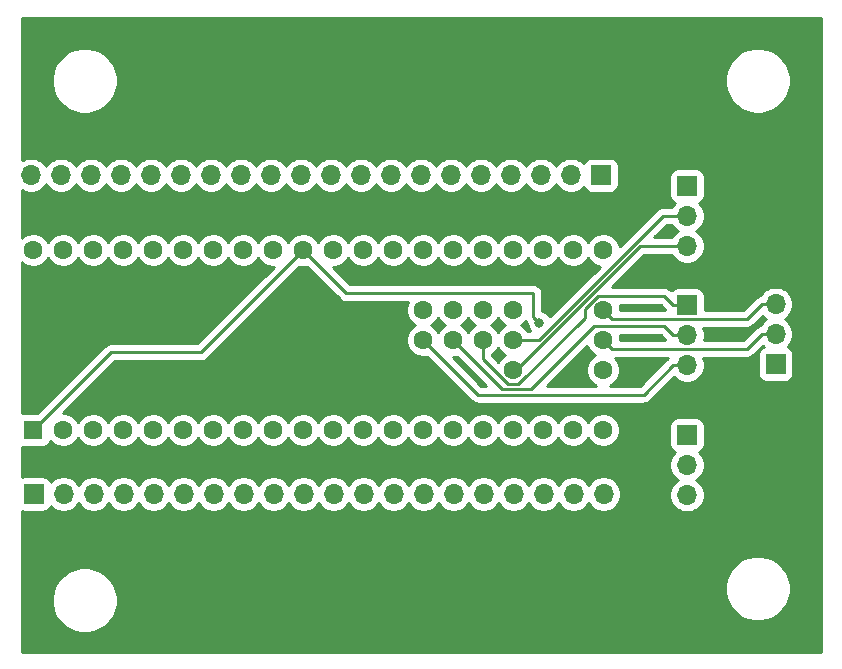
<source format=gbr>
%TF.GenerationSoftware,KiCad,Pcbnew,5.1.6-c6e7f7d~87~ubuntu20.04.1*%
%TF.CreationDate,2020-08-28T13:02:35+02:00*%
%TF.ProjectId,teensy adapter,7465656e-7379-4206-9164-61707465722e,rev?*%
%TF.SameCoordinates,Original*%
%TF.FileFunction,Copper,L1,Top*%
%TF.FilePolarity,Positive*%
%FSLAX46Y46*%
G04 Gerber Fmt 4.6, Leading zero omitted, Abs format (unit mm)*
G04 Created by KiCad (PCBNEW 5.1.6-c6e7f7d~87~ubuntu20.04.1) date 2020-08-28 13:02:35*
%MOMM*%
%LPD*%
G01*
G04 APERTURE LIST*
%TA.AperFunction,ComponentPad*%
%ADD10R,1.700000X1.700000*%
%TD*%
%TA.AperFunction,ComponentPad*%
%ADD11O,1.700000X1.700000*%
%TD*%
%TA.AperFunction,ComponentPad*%
%ADD12C,1.600000*%
%TD*%
%TA.AperFunction,ComponentPad*%
%ADD13R,1.600000X1.600000*%
%TD*%
%TA.AperFunction,ViaPad*%
%ADD14C,0.800000*%
%TD*%
%TA.AperFunction,Conductor*%
%ADD15C,0.250000*%
%TD*%
%TA.AperFunction,NonConductor*%
%ADD16C,0.254000*%
%TD*%
G04 APERTURE END LIST*
D10*
%TO.P,J2,1*%
%TO.N,/GND*%
X70680000Y-66000000D03*
D11*
%TO.P,J2,2*%
%TO.N,Net-(J2-Pad2)*%
X73220000Y-66000000D03*
%TO.P,J2,3*%
%TO.N,Net-(J2-Pad3)*%
X75760000Y-66000000D03*
%TO.P,J2,4*%
%TO.N,Net-(J2-Pad4)*%
X78300000Y-66000000D03*
%TO.P,J2,5*%
%TO.N,Net-(J2-Pad5)*%
X80840000Y-66000000D03*
%TO.P,J2,6*%
%TO.N,Net-(J2-Pad6)*%
X83380000Y-66000000D03*
%TO.P,J2,7*%
%TO.N,Net-(J2-Pad7)*%
X85920000Y-66000000D03*
%TO.P,J2,8*%
%TO.N,Net-(J2-Pad8)*%
X88460000Y-66000000D03*
%TO.P,J2,9*%
%TO.N,Net-(J2-Pad9)*%
X91000000Y-66000000D03*
%TO.P,J2,10*%
%TO.N,Net-(J2-Pad10)*%
X93540000Y-66000000D03*
%TO.P,J2,11*%
%TO.N,Net-(J2-Pad11)*%
X96080000Y-66000000D03*
%TO.P,J2,12*%
%TO.N,Net-(J2-Pad12)*%
X98620000Y-66000000D03*
%TO.P,J2,13*%
%TO.N,Net-(J2-Pad13)*%
X101160000Y-66000000D03*
%TO.P,J2,14*%
%TO.N,Net-(J2-Pad14)*%
X103700000Y-66000000D03*
%TO.P,J2,15*%
%TO.N,Net-(J2-Pad15)*%
X106240000Y-66000000D03*
%TO.P,J2,16*%
%TO.N,Net-(J2-Pad16)*%
X108780000Y-66000000D03*
%TO.P,J2,17*%
%TO.N,Net-(J2-Pad17)*%
X111320000Y-66000000D03*
%TO.P,J2,18*%
%TO.N,Net-(J2-Pad18)*%
X113860000Y-66000000D03*
%TO.P,J2,19*%
%TO.N,Net-(J2-Pad19)*%
X116400000Y-66000000D03*
%TO.P,J2,20*%
%TO.N,Net-(J2-Pad20)*%
X118940000Y-66000000D03*
%TD*%
D10*
%TO.P,J3,1*%
%TO.N,Net-(J3-Pad1)*%
X126000000Y-39920000D03*
D11*
%TO.P,J3,2*%
%TO.N,Net-(J3-Pad2)*%
X126000000Y-42460000D03*
%TO.P,J3,3*%
%TO.N,Net-(J3-Pad3)*%
X126000000Y-45000000D03*
%TD*%
D10*
%TO.P,J4,1*%
%TO.N,Net-(J4-Pad1)*%
X126000000Y-61000000D03*
D11*
%TO.P,J4,2*%
%TO.N,Net-(J4-Pad2)*%
X126000000Y-63540000D03*
%TO.P,J4,3*%
%TO.N,Net-(J4-Pad3)*%
X126000000Y-66080000D03*
%TD*%
%TO.P,J5,3*%
%TO.N,Net-(J5-Pad3)*%
X126000000Y-55080000D03*
%TO.P,J5,2*%
%TO.N,Net-(J5-Pad2)*%
X126000000Y-52540000D03*
D10*
%TO.P,J5,1*%
%TO.N,Net-(J5-Pad1)*%
X126000000Y-50000000D03*
%TD*%
D11*
%TO.P,J6,20*%
%TO.N,Net-(J6-Pad20)*%
X70460000Y-39000000D03*
%TO.P,J6,19*%
%TO.N,Net-(J6-Pad19)*%
X73000000Y-39000000D03*
%TO.P,J6,18*%
%TO.N,Net-(J6-Pad18)*%
X75540000Y-39000000D03*
%TO.P,J6,17*%
%TO.N,Net-(J6-Pad17)*%
X78080000Y-39000000D03*
%TO.P,J6,16*%
%TO.N,Net-(J6-Pad16)*%
X80620000Y-39000000D03*
%TO.P,J6,15*%
%TO.N,Net-(J6-Pad15)*%
X83160000Y-39000000D03*
%TO.P,J6,14*%
%TO.N,Net-(J6-Pad14)*%
X85700000Y-39000000D03*
%TO.P,J6,13*%
%TO.N,Net-(J6-Pad13)*%
X88240000Y-39000000D03*
%TO.P,J6,12*%
%TO.N,Net-(J6-Pad12)*%
X90780000Y-39000000D03*
%TO.P,J6,11*%
%TO.N,/GND*%
X93320000Y-39000000D03*
%TO.P,J6,10*%
%TO.N,Net-(J6-Pad10)*%
X95860000Y-39000000D03*
%TO.P,J6,9*%
%TO.N,Net-(J6-Pad9)*%
X98400000Y-39000000D03*
%TO.P,J6,8*%
%TO.N,Net-(J6-Pad8)*%
X100940000Y-39000000D03*
%TO.P,J6,7*%
%TO.N,Net-(J6-Pad7)*%
X103480000Y-39000000D03*
%TO.P,J6,6*%
%TO.N,Net-(J6-Pad6)*%
X106020000Y-39000000D03*
%TO.P,J6,5*%
%TO.N,Net-(J6-Pad5)*%
X108560000Y-39000000D03*
%TO.P,J6,4*%
%TO.N,Net-(J6-Pad4)*%
X111100000Y-39000000D03*
%TO.P,J6,3*%
%TO.N,Net-(J6-Pad3)*%
X113640000Y-39000000D03*
%TO.P,J6,2*%
%TO.N,Net-(J6-Pad2)*%
X116180000Y-39000000D03*
D10*
%TO.P,J6,1*%
%TO.N,Net-(J6-Pad1)*%
X118720000Y-39000000D03*
%TD*%
D12*
%TO.P,U1,9*%
%TO.N,Net-(J2-Pad9)*%
X90965000Y-60585000D03*
%TO.P,U1,10*%
%TO.N,Net-(J2-Pad10)*%
X93505000Y-60585000D03*
%TO.P,U1,11*%
%TO.N,Net-(J2-Pad11)*%
X96045000Y-60585000D03*
%TO.P,U1,8*%
%TO.N,Net-(J2-Pad8)*%
X88425000Y-60585000D03*
%TO.P,U1,7*%
%TO.N,Net-(J2-Pad7)*%
X85885000Y-60585000D03*
%TO.P,U1,6*%
%TO.N,Net-(J2-Pad6)*%
X83345000Y-60585000D03*
%TO.P,U1,5*%
%TO.N,Net-(J2-Pad5)*%
X80805000Y-60585000D03*
%TO.P,U1,4*%
%TO.N,Net-(J2-Pad4)*%
X78265000Y-60585000D03*
%TO.P,U1,3*%
%TO.N,Net-(J2-Pad3)*%
X75725000Y-60585000D03*
%TO.P,U1,2*%
%TO.N,Net-(J2-Pad2)*%
X73185000Y-60585000D03*
D13*
%TO.P,U1,1*%
%TO.N,/GND*%
X70645000Y-60585000D03*
D12*
%TO.P,U1,12*%
%TO.N,Net-(J2-Pad12)*%
X98585000Y-60585000D03*
%TO.P,U1,13*%
%TO.N,Net-(J2-Pad13)*%
X101125000Y-60585000D03*
%TO.P,U1,14*%
%TO.N,Net-(J2-Pad14)*%
X103665000Y-60585000D03*
%TO.P,U1,15*%
%TO.N,Net-(J2-Pad15)*%
X106205000Y-60585000D03*
%TO.P,U1,16*%
%TO.N,Net-(J2-Pad16)*%
X108745000Y-60585000D03*
%TO.P,U1,17*%
%TO.N,Net-(J2-Pad17)*%
X111285000Y-60585000D03*
%TO.P,U1,18*%
%TO.N,Net-(J2-Pad18)*%
X113825000Y-60585000D03*
%TO.P,U1,19*%
%TO.N,Net-(J2-Pad19)*%
X116365000Y-60585000D03*
%TO.P,U1,20*%
%TO.N,Net-(J2-Pad20)*%
X118905000Y-60585000D03*
%TO.P,U1,21*%
%TO.N,Net-(J1-Pad1)*%
X118905000Y-55505000D03*
%TO.P,U1,22*%
%TO.N,/GND*%
X118905000Y-52965000D03*
%TO.P,U1,23*%
%TO.N,Net-(J1-Pad3)*%
X118905000Y-50425000D03*
%TO.P,U1,24*%
%TO.N,Net-(J6-Pad1)*%
X118905000Y-45345000D03*
%TO.P,U1,25*%
%TO.N,Net-(J6-Pad2)*%
X116365000Y-45345000D03*
%TO.P,U1,26*%
%TO.N,Net-(J6-Pad3)*%
X113825000Y-45345000D03*
%TO.P,U1,27*%
%TO.N,Net-(J6-Pad4)*%
X111285000Y-45345000D03*
%TO.P,U1,28*%
%TO.N,Net-(J6-Pad5)*%
X108745000Y-45345000D03*
%TO.P,U1,29*%
%TO.N,Net-(J6-Pad6)*%
X106205000Y-45345000D03*
%TO.P,U1,30*%
%TO.N,Net-(J6-Pad7)*%
X103665000Y-45345000D03*
%TO.P,U1,31*%
%TO.N,Net-(J6-Pad8)*%
X101125000Y-45345000D03*
%TO.P,U1,32*%
%TO.N,Net-(J6-Pad9)*%
X98585000Y-45345000D03*
%TO.P,U1,33*%
%TO.N,Net-(J6-Pad10)*%
X96045000Y-45345000D03*
%TO.P,U1,34*%
%TO.N,/GND*%
X93505000Y-45345000D03*
%TO.P,U1,35*%
%TO.N,Net-(J6-Pad12)*%
X90965000Y-45345000D03*
%TO.P,U1,36*%
%TO.N,Net-(J6-Pad13)*%
X88425000Y-45345000D03*
%TO.P,U1,37*%
%TO.N,Net-(J6-Pad14)*%
X85885000Y-45345000D03*
%TO.P,U1,38*%
%TO.N,Net-(J6-Pad15)*%
X83345000Y-45345000D03*
%TO.P,U1,39*%
%TO.N,Net-(J6-Pad16)*%
X80805000Y-45345000D03*
%TO.P,U1,40*%
%TO.N,Net-(J6-Pad17)*%
X78265000Y-45345000D03*
%TO.P,U1,41*%
%TO.N,Net-(J6-Pad18)*%
X75725000Y-45345000D03*
%TO.P,U1,42*%
%TO.N,Net-(J6-Pad19)*%
X73185000Y-45345000D03*
%TO.P,U1,43*%
%TO.N,Net-(J6-Pad20)*%
X70645000Y-45345000D03*
%TO.P,U1,49*%
%TO.N,Net-(J5-Pad2)*%
X106205000Y-52965000D03*
%TO.P,U1,48*%
%TO.N,Net-(J5-Pad3)*%
X103665000Y-52965000D03*
%TO.P,U1,47*%
%TO.N,Net-(J3-Pad1)*%
X111285000Y-50425000D03*
%TO.P,U1,52*%
%TO.N,Net-(J3-Pad3)*%
X111285000Y-55505000D03*
%TO.P,U1,51*%
%TO.N,Net-(J3-Pad2)*%
X111285000Y-52965000D03*
%TO.P,U1,50*%
%TO.N,Net-(J5-Pad1)*%
X108745000Y-52965000D03*
%TO.P,U1,44*%
%TO.N,Net-(J4-Pad3)*%
X103665000Y-50425000D03*
%TO.P,U1,46*%
%TO.N,Net-(J4-Pad1)*%
X108745000Y-50425000D03*
%TO.P,U1,45*%
%TO.N,Net-(J4-Pad2)*%
X106205000Y-50425000D03*
%TD*%
D10*
%TO.P,J1,1*%
%TO.N,Net-(J1-Pad1)*%
X133500000Y-55000000D03*
D11*
%TO.P,J1,2*%
%TO.N,/GND*%
X133500000Y-52460000D03*
%TO.P,J1,3*%
%TO.N,Net-(J1-Pad3)*%
X133500000Y-49920000D03*
%TD*%
D14*
%TO.N,/GND*%
X113500000Y-51500000D03*
%TD*%
D15*
%TO.N,/GND*%
X133500000Y-52460000D02*
X132324700Y-52460000D01*
X118905000Y-52965000D02*
X119657100Y-53717100D01*
X119657100Y-53717100D02*
X131067600Y-53717100D01*
X131067600Y-53717100D02*
X132324700Y-52460000D01*
%TO.N,Net-(J1-Pad3)*%
X133500000Y-49920000D02*
X132324700Y-49920000D01*
X118905000Y-50425000D02*
X119655400Y-51175400D01*
X119655400Y-51175400D02*
X131069300Y-51175400D01*
X131069300Y-51175400D02*
X132324700Y-49920000D01*
%TO.N,Net-(J3-Pad2)*%
X126000000Y-42460000D02*
X123953200Y-42460000D01*
X123953200Y-42460000D02*
X113448200Y-52965000D01*
X113448200Y-52965000D02*
X111285000Y-52965000D01*
%TO.N,Net-(J3-Pad3)*%
X126000000Y-45000000D02*
X122050100Y-45000000D01*
X122050100Y-45000000D02*
X111545100Y-55505000D01*
X111545100Y-55505000D02*
X111285000Y-55505000D01*
%TO.N,Net-(J5-Pad3)*%
X103665000Y-52965000D02*
X108280100Y-57580100D01*
X108280100Y-57580100D02*
X122324600Y-57580100D01*
X122324600Y-57580100D02*
X124824700Y-55080000D01*
X126000000Y-55080000D02*
X124824700Y-55080000D01*
%TO.N,Net-(J5-Pad2)*%
X126000000Y-52540000D02*
X124824700Y-52540000D01*
X124824700Y-52540000D02*
X124073000Y-51788300D01*
X124073000Y-51788300D02*
X118114700Y-51788300D01*
X118114700Y-51788300D02*
X112773200Y-57129800D01*
X112773200Y-57129800D02*
X110369800Y-57129800D01*
X110369800Y-57129800D02*
X106205000Y-52965000D01*
%TO.N,Net-(J5-Pad1)*%
X126000000Y-50000000D02*
X124824700Y-50000000D01*
X124824700Y-50000000D02*
X124083100Y-49258400D01*
X124083100Y-49258400D02*
X118428600Y-49258400D01*
X118428600Y-49258400D02*
X117328500Y-50358500D01*
X117328500Y-50358500D02*
X117328500Y-51064000D01*
X117328500Y-51064000D02*
X111713100Y-56679400D01*
X111713100Y-56679400D02*
X110839300Y-56679400D01*
X110839300Y-56679400D02*
X108745000Y-54585100D01*
X108745000Y-54585100D02*
X108745000Y-52965000D01*
%TO.N,/GND*%
X93505000Y-45345000D02*
X84850000Y-54000000D01*
X77230000Y-54000000D02*
X70645000Y-60585000D01*
X84850000Y-54000000D02*
X77230000Y-54000000D01*
X113500000Y-51500000D02*
X113000000Y-51000000D01*
X113000000Y-51000000D02*
X113000000Y-49000000D01*
X97160000Y-49000000D02*
X93505000Y-45345000D01*
X113000000Y-49000000D02*
X97160000Y-49000000D01*
%TD*%
D16*
G36*
X137340001Y-28967572D02*
G01*
X137340000Y-28967582D01*
X137340001Y-79340000D01*
X69660000Y-79340000D01*
X69660000Y-74725701D01*
X72215000Y-74725701D01*
X72215000Y-75274299D01*
X72322026Y-75812354D01*
X72531965Y-76319192D01*
X72836750Y-76775334D01*
X73224666Y-77163250D01*
X73680808Y-77468035D01*
X74187646Y-77677974D01*
X74725701Y-77785000D01*
X75274299Y-77785000D01*
X75812354Y-77677974D01*
X76319192Y-77468035D01*
X76775334Y-77163250D01*
X77163250Y-76775334D01*
X77468035Y-76319192D01*
X77677974Y-75812354D01*
X77785000Y-75274299D01*
X77785000Y-74725701D01*
X77677974Y-74187646D01*
X77486631Y-73725701D01*
X129215000Y-73725701D01*
X129215000Y-74274299D01*
X129322026Y-74812354D01*
X129531965Y-75319192D01*
X129836750Y-75775334D01*
X130224666Y-76163250D01*
X130680808Y-76468035D01*
X131187646Y-76677974D01*
X131725701Y-76785000D01*
X132274299Y-76785000D01*
X132812354Y-76677974D01*
X133319192Y-76468035D01*
X133775334Y-76163250D01*
X134163250Y-75775334D01*
X134468035Y-75319192D01*
X134677974Y-74812354D01*
X134785000Y-74274299D01*
X134785000Y-73725701D01*
X134677974Y-73187646D01*
X134468035Y-72680808D01*
X134163250Y-72224666D01*
X133775334Y-71836750D01*
X133319192Y-71531965D01*
X132812354Y-71322026D01*
X132274299Y-71215000D01*
X131725701Y-71215000D01*
X131187646Y-71322026D01*
X130680808Y-71531965D01*
X130224666Y-71836750D01*
X129836750Y-72224666D01*
X129531965Y-72680808D01*
X129322026Y-73187646D01*
X129215000Y-73725701D01*
X77486631Y-73725701D01*
X77468035Y-73680808D01*
X77163250Y-73224666D01*
X76775334Y-72836750D01*
X76319192Y-72531965D01*
X75812354Y-72322026D01*
X75274299Y-72215000D01*
X74725701Y-72215000D01*
X74187646Y-72322026D01*
X73680808Y-72531965D01*
X73224666Y-72836750D01*
X72836750Y-73224666D01*
X72531965Y-73680808D01*
X72322026Y-74187646D01*
X72215000Y-74725701D01*
X69660000Y-74725701D01*
X69660000Y-67462004D01*
X69705518Y-67475812D01*
X69830000Y-67488072D01*
X71530000Y-67488072D01*
X71654482Y-67475812D01*
X71774180Y-67439502D01*
X71884494Y-67380537D01*
X71981185Y-67301185D01*
X72060537Y-67204494D01*
X72119502Y-67094180D01*
X72141513Y-67021620D01*
X72273368Y-67153475D01*
X72516589Y-67315990D01*
X72786842Y-67427932D01*
X73073740Y-67485000D01*
X73366260Y-67485000D01*
X73653158Y-67427932D01*
X73923411Y-67315990D01*
X74166632Y-67153475D01*
X74373475Y-66946632D01*
X74490000Y-66772240D01*
X74606525Y-66946632D01*
X74813368Y-67153475D01*
X75056589Y-67315990D01*
X75326842Y-67427932D01*
X75613740Y-67485000D01*
X75906260Y-67485000D01*
X76193158Y-67427932D01*
X76463411Y-67315990D01*
X76706632Y-67153475D01*
X76913475Y-66946632D01*
X77030000Y-66772240D01*
X77146525Y-66946632D01*
X77353368Y-67153475D01*
X77596589Y-67315990D01*
X77866842Y-67427932D01*
X78153740Y-67485000D01*
X78446260Y-67485000D01*
X78733158Y-67427932D01*
X79003411Y-67315990D01*
X79246632Y-67153475D01*
X79453475Y-66946632D01*
X79570000Y-66772240D01*
X79686525Y-66946632D01*
X79893368Y-67153475D01*
X80136589Y-67315990D01*
X80406842Y-67427932D01*
X80693740Y-67485000D01*
X80986260Y-67485000D01*
X81273158Y-67427932D01*
X81543411Y-67315990D01*
X81786632Y-67153475D01*
X81993475Y-66946632D01*
X82110000Y-66772240D01*
X82226525Y-66946632D01*
X82433368Y-67153475D01*
X82676589Y-67315990D01*
X82946842Y-67427932D01*
X83233740Y-67485000D01*
X83526260Y-67485000D01*
X83813158Y-67427932D01*
X84083411Y-67315990D01*
X84326632Y-67153475D01*
X84533475Y-66946632D01*
X84650000Y-66772240D01*
X84766525Y-66946632D01*
X84973368Y-67153475D01*
X85216589Y-67315990D01*
X85486842Y-67427932D01*
X85773740Y-67485000D01*
X86066260Y-67485000D01*
X86353158Y-67427932D01*
X86623411Y-67315990D01*
X86866632Y-67153475D01*
X87073475Y-66946632D01*
X87190000Y-66772240D01*
X87306525Y-66946632D01*
X87513368Y-67153475D01*
X87756589Y-67315990D01*
X88026842Y-67427932D01*
X88313740Y-67485000D01*
X88606260Y-67485000D01*
X88893158Y-67427932D01*
X89163411Y-67315990D01*
X89406632Y-67153475D01*
X89613475Y-66946632D01*
X89730000Y-66772240D01*
X89846525Y-66946632D01*
X90053368Y-67153475D01*
X90296589Y-67315990D01*
X90566842Y-67427932D01*
X90853740Y-67485000D01*
X91146260Y-67485000D01*
X91433158Y-67427932D01*
X91703411Y-67315990D01*
X91946632Y-67153475D01*
X92153475Y-66946632D01*
X92270000Y-66772240D01*
X92386525Y-66946632D01*
X92593368Y-67153475D01*
X92836589Y-67315990D01*
X93106842Y-67427932D01*
X93393740Y-67485000D01*
X93686260Y-67485000D01*
X93973158Y-67427932D01*
X94243411Y-67315990D01*
X94486632Y-67153475D01*
X94693475Y-66946632D01*
X94810000Y-66772240D01*
X94926525Y-66946632D01*
X95133368Y-67153475D01*
X95376589Y-67315990D01*
X95646842Y-67427932D01*
X95933740Y-67485000D01*
X96226260Y-67485000D01*
X96513158Y-67427932D01*
X96783411Y-67315990D01*
X97026632Y-67153475D01*
X97233475Y-66946632D01*
X97350000Y-66772240D01*
X97466525Y-66946632D01*
X97673368Y-67153475D01*
X97916589Y-67315990D01*
X98186842Y-67427932D01*
X98473740Y-67485000D01*
X98766260Y-67485000D01*
X99053158Y-67427932D01*
X99323411Y-67315990D01*
X99566632Y-67153475D01*
X99773475Y-66946632D01*
X99890000Y-66772240D01*
X100006525Y-66946632D01*
X100213368Y-67153475D01*
X100456589Y-67315990D01*
X100726842Y-67427932D01*
X101013740Y-67485000D01*
X101306260Y-67485000D01*
X101593158Y-67427932D01*
X101863411Y-67315990D01*
X102106632Y-67153475D01*
X102313475Y-66946632D01*
X102430000Y-66772240D01*
X102546525Y-66946632D01*
X102753368Y-67153475D01*
X102996589Y-67315990D01*
X103266842Y-67427932D01*
X103553740Y-67485000D01*
X103846260Y-67485000D01*
X104133158Y-67427932D01*
X104403411Y-67315990D01*
X104646632Y-67153475D01*
X104853475Y-66946632D01*
X104970000Y-66772240D01*
X105086525Y-66946632D01*
X105293368Y-67153475D01*
X105536589Y-67315990D01*
X105806842Y-67427932D01*
X106093740Y-67485000D01*
X106386260Y-67485000D01*
X106673158Y-67427932D01*
X106943411Y-67315990D01*
X107186632Y-67153475D01*
X107393475Y-66946632D01*
X107510000Y-66772240D01*
X107626525Y-66946632D01*
X107833368Y-67153475D01*
X108076589Y-67315990D01*
X108346842Y-67427932D01*
X108633740Y-67485000D01*
X108926260Y-67485000D01*
X109213158Y-67427932D01*
X109483411Y-67315990D01*
X109726632Y-67153475D01*
X109933475Y-66946632D01*
X110050000Y-66772240D01*
X110166525Y-66946632D01*
X110373368Y-67153475D01*
X110616589Y-67315990D01*
X110886842Y-67427932D01*
X111173740Y-67485000D01*
X111466260Y-67485000D01*
X111753158Y-67427932D01*
X112023411Y-67315990D01*
X112266632Y-67153475D01*
X112473475Y-66946632D01*
X112590000Y-66772240D01*
X112706525Y-66946632D01*
X112913368Y-67153475D01*
X113156589Y-67315990D01*
X113426842Y-67427932D01*
X113713740Y-67485000D01*
X114006260Y-67485000D01*
X114293158Y-67427932D01*
X114563411Y-67315990D01*
X114806632Y-67153475D01*
X115013475Y-66946632D01*
X115130000Y-66772240D01*
X115246525Y-66946632D01*
X115453368Y-67153475D01*
X115696589Y-67315990D01*
X115966842Y-67427932D01*
X116253740Y-67485000D01*
X116546260Y-67485000D01*
X116833158Y-67427932D01*
X117103411Y-67315990D01*
X117346632Y-67153475D01*
X117553475Y-66946632D01*
X117670000Y-66772240D01*
X117786525Y-66946632D01*
X117993368Y-67153475D01*
X118236589Y-67315990D01*
X118506842Y-67427932D01*
X118793740Y-67485000D01*
X119086260Y-67485000D01*
X119373158Y-67427932D01*
X119643411Y-67315990D01*
X119886632Y-67153475D01*
X120093475Y-66946632D01*
X120255990Y-66703411D01*
X120367932Y-66433158D01*
X120425000Y-66146260D01*
X120425000Y-65853740D01*
X120367932Y-65566842D01*
X120255990Y-65296589D01*
X120093475Y-65053368D01*
X119886632Y-64846525D01*
X119643411Y-64684010D01*
X119373158Y-64572068D01*
X119086260Y-64515000D01*
X118793740Y-64515000D01*
X118506842Y-64572068D01*
X118236589Y-64684010D01*
X117993368Y-64846525D01*
X117786525Y-65053368D01*
X117670000Y-65227760D01*
X117553475Y-65053368D01*
X117346632Y-64846525D01*
X117103411Y-64684010D01*
X116833158Y-64572068D01*
X116546260Y-64515000D01*
X116253740Y-64515000D01*
X115966842Y-64572068D01*
X115696589Y-64684010D01*
X115453368Y-64846525D01*
X115246525Y-65053368D01*
X115130000Y-65227760D01*
X115013475Y-65053368D01*
X114806632Y-64846525D01*
X114563411Y-64684010D01*
X114293158Y-64572068D01*
X114006260Y-64515000D01*
X113713740Y-64515000D01*
X113426842Y-64572068D01*
X113156589Y-64684010D01*
X112913368Y-64846525D01*
X112706525Y-65053368D01*
X112590000Y-65227760D01*
X112473475Y-65053368D01*
X112266632Y-64846525D01*
X112023411Y-64684010D01*
X111753158Y-64572068D01*
X111466260Y-64515000D01*
X111173740Y-64515000D01*
X110886842Y-64572068D01*
X110616589Y-64684010D01*
X110373368Y-64846525D01*
X110166525Y-65053368D01*
X110050000Y-65227760D01*
X109933475Y-65053368D01*
X109726632Y-64846525D01*
X109483411Y-64684010D01*
X109213158Y-64572068D01*
X108926260Y-64515000D01*
X108633740Y-64515000D01*
X108346842Y-64572068D01*
X108076589Y-64684010D01*
X107833368Y-64846525D01*
X107626525Y-65053368D01*
X107510000Y-65227760D01*
X107393475Y-65053368D01*
X107186632Y-64846525D01*
X106943411Y-64684010D01*
X106673158Y-64572068D01*
X106386260Y-64515000D01*
X106093740Y-64515000D01*
X105806842Y-64572068D01*
X105536589Y-64684010D01*
X105293368Y-64846525D01*
X105086525Y-65053368D01*
X104970000Y-65227760D01*
X104853475Y-65053368D01*
X104646632Y-64846525D01*
X104403411Y-64684010D01*
X104133158Y-64572068D01*
X103846260Y-64515000D01*
X103553740Y-64515000D01*
X103266842Y-64572068D01*
X102996589Y-64684010D01*
X102753368Y-64846525D01*
X102546525Y-65053368D01*
X102430000Y-65227760D01*
X102313475Y-65053368D01*
X102106632Y-64846525D01*
X101863411Y-64684010D01*
X101593158Y-64572068D01*
X101306260Y-64515000D01*
X101013740Y-64515000D01*
X100726842Y-64572068D01*
X100456589Y-64684010D01*
X100213368Y-64846525D01*
X100006525Y-65053368D01*
X99890000Y-65227760D01*
X99773475Y-65053368D01*
X99566632Y-64846525D01*
X99323411Y-64684010D01*
X99053158Y-64572068D01*
X98766260Y-64515000D01*
X98473740Y-64515000D01*
X98186842Y-64572068D01*
X97916589Y-64684010D01*
X97673368Y-64846525D01*
X97466525Y-65053368D01*
X97350000Y-65227760D01*
X97233475Y-65053368D01*
X97026632Y-64846525D01*
X96783411Y-64684010D01*
X96513158Y-64572068D01*
X96226260Y-64515000D01*
X95933740Y-64515000D01*
X95646842Y-64572068D01*
X95376589Y-64684010D01*
X95133368Y-64846525D01*
X94926525Y-65053368D01*
X94810000Y-65227760D01*
X94693475Y-65053368D01*
X94486632Y-64846525D01*
X94243411Y-64684010D01*
X93973158Y-64572068D01*
X93686260Y-64515000D01*
X93393740Y-64515000D01*
X93106842Y-64572068D01*
X92836589Y-64684010D01*
X92593368Y-64846525D01*
X92386525Y-65053368D01*
X92270000Y-65227760D01*
X92153475Y-65053368D01*
X91946632Y-64846525D01*
X91703411Y-64684010D01*
X91433158Y-64572068D01*
X91146260Y-64515000D01*
X90853740Y-64515000D01*
X90566842Y-64572068D01*
X90296589Y-64684010D01*
X90053368Y-64846525D01*
X89846525Y-65053368D01*
X89730000Y-65227760D01*
X89613475Y-65053368D01*
X89406632Y-64846525D01*
X89163411Y-64684010D01*
X88893158Y-64572068D01*
X88606260Y-64515000D01*
X88313740Y-64515000D01*
X88026842Y-64572068D01*
X87756589Y-64684010D01*
X87513368Y-64846525D01*
X87306525Y-65053368D01*
X87190000Y-65227760D01*
X87073475Y-65053368D01*
X86866632Y-64846525D01*
X86623411Y-64684010D01*
X86353158Y-64572068D01*
X86066260Y-64515000D01*
X85773740Y-64515000D01*
X85486842Y-64572068D01*
X85216589Y-64684010D01*
X84973368Y-64846525D01*
X84766525Y-65053368D01*
X84650000Y-65227760D01*
X84533475Y-65053368D01*
X84326632Y-64846525D01*
X84083411Y-64684010D01*
X83813158Y-64572068D01*
X83526260Y-64515000D01*
X83233740Y-64515000D01*
X82946842Y-64572068D01*
X82676589Y-64684010D01*
X82433368Y-64846525D01*
X82226525Y-65053368D01*
X82110000Y-65227760D01*
X81993475Y-65053368D01*
X81786632Y-64846525D01*
X81543411Y-64684010D01*
X81273158Y-64572068D01*
X80986260Y-64515000D01*
X80693740Y-64515000D01*
X80406842Y-64572068D01*
X80136589Y-64684010D01*
X79893368Y-64846525D01*
X79686525Y-65053368D01*
X79570000Y-65227760D01*
X79453475Y-65053368D01*
X79246632Y-64846525D01*
X79003411Y-64684010D01*
X78733158Y-64572068D01*
X78446260Y-64515000D01*
X78153740Y-64515000D01*
X77866842Y-64572068D01*
X77596589Y-64684010D01*
X77353368Y-64846525D01*
X77146525Y-65053368D01*
X77030000Y-65227760D01*
X76913475Y-65053368D01*
X76706632Y-64846525D01*
X76463411Y-64684010D01*
X76193158Y-64572068D01*
X75906260Y-64515000D01*
X75613740Y-64515000D01*
X75326842Y-64572068D01*
X75056589Y-64684010D01*
X74813368Y-64846525D01*
X74606525Y-65053368D01*
X74490000Y-65227760D01*
X74373475Y-65053368D01*
X74166632Y-64846525D01*
X73923411Y-64684010D01*
X73653158Y-64572068D01*
X73366260Y-64515000D01*
X73073740Y-64515000D01*
X72786842Y-64572068D01*
X72516589Y-64684010D01*
X72273368Y-64846525D01*
X72141513Y-64978380D01*
X72119502Y-64905820D01*
X72060537Y-64795506D01*
X71981185Y-64698815D01*
X71884494Y-64619463D01*
X71774180Y-64560498D01*
X71654482Y-64524188D01*
X71530000Y-64511928D01*
X69830000Y-64511928D01*
X69705518Y-64524188D01*
X69660000Y-64537996D01*
X69660000Y-61992454D01*
X69720518Y-62010812D01*
X69845000Y-62023072D01*
X71445000Y-62023072D01*
X71569482Y-62010812D01*
X71689180Y-61974502D01*
X71799494Y-61915537D01*
X71896185Y-61836185D01*
X71975537Y-61739494D01*
X72034502Y-61629180D01*
X72070812Y-61509482D01*
X72071643Y-61501039D01*
X72270241Y-61699637D01*
X72505273Y-61856680D01*
X72766426Y-61964853D01*
X73043665Y-62020000D01*
X73326335Y-62020000D01*
X73603574Y-61964853D01*
X73864727Y-61856680D01*
X74099759Y-61699637D01*
X74299637Y-61499759D01*
X74455000Y-61267241D01*
X74610363Y-61499759D01*
X74810241Y-61699637D01*
X75045273Y-61856680D01*
X75306426Y-61964853D01*
X75583665Y-62020000D01*
X75866335Y-62020000D01*
X76143574Y-61964853D01*
X76404727Y-61856680D01*
X76639759Y-61699637D01*
X76839637Y-61499759D01*
X76995000Y-61267241D01*
X77150363Y-61499759D01*
X77350241Y-61699637D01*
X77585273Y-61856680D01*
X77846426Y-61964853D01*
X78123665Y-62020000D01*
X78406335Y-62020000D01*
X78683574Y-61964853D01*
X78944727Y-61856680D01*
X79179759Y-61699637D01*
X79379637Y-61499759D01*
X79535000Y-61267241D01*
X79690363Y-61499759D01*
X79890241Y-61699637D01*
X80125273Y-61856680D01*
X80386426Y-61964853D01*
X80663665Y-62020000D01*
X80946335Y-62020000D01*
X81223574Y-61964853D01*
X81484727Y-61856680D01*
X81719759Y-61699637D01*
X81919637Y-61499759D01*
X82075000Y-61267241D01*
X82230363Y-61499759D01*
X82430241Y-61699637D01*
X82665273Y-61856680D01*
X82926426Y-61964853D01*
X83203665Y-62020000D01*
X83486335Y-62020000D01*
X83763574Y-61964853D01*
X84024727Y-61856680D01*
X84259759Y-61699637D01*
X84459637Y-61499759D01*
X84615000Y-61267241D01*
X84770363Y-61499759D01*
X84970241Y-61699637D01*
X85205273Y-61856680D01*
X85466426Y-61964853D01*
X85743665Y-62020000D01*
X86026335Y-62020000D01*
X86303574Y-61964853D01*
X86564727Y-61856680D01*
X86799759Y-61699637D01*
X86999637Y-61499759D01*
X87155000Y-61267241D01*
X87310363Y-61499759D01*
X87510241Y-61699637D01*
X87745273Y-61856680D01*
X88006426Y-61964853D01*
X88283665Y-62020000D01*
X88566335Y-62020000D01*
X88843574Y-61964853D01*
X89104727Y-61856680D01*
X89339759Y-61699637D01*
X89539637Y-61499759D01*
X89695000Y-61267241D01*
X89850363Y-61499759D01*
X90050241Y-61699637D01*
X90285273Y-61856680D01*
X90546426Y-61964853D01*
X90823665Y-62020000D01*
X91106335Y-62020000D01*
X91383574Y-61964853D01*
X91644727Y-61856680D01*
X91879759Y-61699637D01*
X92079637Y-61499759D01*
X92235000Y-61267241D01*
X92390363Y-61499759D01*
X92590241Y-61699637D01*
X92825273Y-61856680D01*
X93086426Y-61964853D01*
X93363665Y-62020000D01*
X93646335Y-62020000D01*
X93923574Y-61964853D01*
X94184727Y-61856680D01*
X94419759Y-61699637D01*
X94619637Y-61499759D01*
X94775000Y-61267241D01*
X94930363Y-61499759D01*
X95130241Y-61699637D01*
X95365273Y-61856680D01*
X95626426Y-61964853D01*
X95903665Y-62020000D01*
X96186335Y-62020000D01*
X96463574Y-61964853D01*
X96724727Y-61856680D01*
X96959759Y-61699637D01*
X97159637Y-61499759D01*
X97315000Y-61267241D01*
X97470363Y-61499759D01*
X97670241Y-61699637D01*
X97905273Y-61856680D01*
X98166426Y-61964853D01*
X98443665Y-62020000D01*
X98726335Y-62020000D01*
X99003574Y-61964853D01*
X99264727Y-61856680D01*
X99499759Y-61699637D01*
X99699637Y-61499759D01*
X99855000Y-61267241D01*
X100010363Y-61499759D01*
X100210241Y-61699637D01*
X100445273Y-61856680D01*
X100706426Y-61964853D01*
X100983665Y-62020000D01*
X101266335Y-62020000D01*
X101543574Y-61964853D01*
X101804727Y-61856680D01*
X102039759Y-61699637D01*
X102239637Y-61499759D01*
X102395000Y-61267241D01*
X102550363Y-61499759D01*
X102750241Y-61699637D01*
X102985273Y-61856680D01*
X103246426Y-61964853D01*
X103523665Y-62020000D01*
X103806335Y-62020000D01*
X104083574Y-61964853D01*
X104344727Y-61856680D01*
X104579759Y-61699637D01*
X104779637Y-61499759D01*
X104935000Y-61267241D01*
X105090363Y-61499759D01*
X105290241Y-61699637D01*
X105525273Y-61856680D01*
X105786426Y-61964853D01*
X106063665Y-62020000D01*
X106346335Y-62020000D01*
X106623574Y-61964853D01*
X106884727Y-61856680D01*
X107119759Y-61699637D01*
X107319637Y-61499759D01*
X107475000Y-61267241D01*
X107630363Y-61499759D01*
X107830241Y-61699637D01*
X108065273Y-61856680D01*
X108326426Y-61964853D01*
X108603665Y-62020000D01*
X108886335Y-62020000D01*
X109163574Y-61964853D01*
X109424727Y-61856680D01*
X109659759Y-61699637D01*
X109859637Y-61499759D01*
X110015000Y-61267241D01*
X110170363Y-61499759D01*
X110370241Y-61699637D01*
X110605273Y-61856680D01*
X110866426Y-61964853D01*
X111143665Y-62020000D01*
X111426335Y-62020000D01*
X111703574Y-61964853D01*
X111964727Y-61856680D01*
X112199759Y-61699637D01*
X112399637Y-61499759D01*
X112555000Y-61267241D01*
X112710363Y-61499759D01*
X112910241Y-61699637D01*
X113145273Y-61856680D01*
X113406426Y-61964853D01*
X113683665Y-62020000D01*
X113966335Y-62020000D01*
X114243574Y-61964853D01*
X114504727Y-61856680D01*
X114739759Y-61699637D01*
X114939637Y-61499759D01*
X115095000Y-61267241D01*
X115250363Y-61499759D01*
X115450241Y-61699637D01*
X115685273Y-61856680D01*
X115946426Y-61964853D01*
X116223665Y-62020000D01*
X116506335Y-62020000D01*
X116783574Y-61964853D01*
X117044727Y-61856680D01*
X117279759Y-61699637D01*
X117479637Y-61499759D01*
X117635000Y-61267241D01*
X117790363Y-61499759D01*
X117990241Y-61699637D01*
X118225273Y-61856680D01*
X118486426Y-61964853D01*
X118763665Y-62020000D01*
X119046335Y-62020000D01*
X119323574Y-61964853D01*
X119584727Y-61856680D01*
X119819759Y-61699637D01*
X120019637Y-61499759D01*
X120176680Y-61264727D01*
X120284853Y-61003574D01*
X120340000Y-60726335D01*
X120340000Y-60443665D01*
X120284853Y-60166426D01*
X120278050Y-60150000D01*
X124511928Y-60150000D01*
X124511928Y-61850000D01*
X124524188Y-61974482D01*
X124560498Y-62094180D01*
X124619463Y-62204494D01*
X124698815Y-62301185D01*
X124795506Y-62380537D01*
X124905820Y-62439502D01*
X124978380Y-62461513D01*
X124846525Y-62593368D01*
X124684010Y-62836589D01*
X124572068Y-63106842D01*
X124515000Y-63393740D01*
X124515000Y-63686260D01*
X124572068Y-63973158D01*
X124684010Y-64243411D01*
X124846525Y-64486632D01*
X125053368Y-64693475D01*
X125227760Y-64810000D01*
X125053368Y-64926525D01*
X124846525Y-65133368D01*
X124684010Y-65376589D01*
X124572068Y-65646842D01*
X124515000Y-65933740D01*
X124515000Y-66226260D01*
X124572068Y-66513158D01*
X124684010Y-66783411D01*
X124846525Y-67026632D01*
X125053368Y-67233475D01*
X125296589Y-67395990D01*
X125566842Y-67507932D01*
X125853740Y-67565000D01*
X126146260Y-67565000D01*
X126433158Y-67507932D01*
X126703411Y-67395990D01*
X126946632Y-67233475D01*
X127153475Y-67026632D01*
X127315990Y-66783411D01*
X127427932Y-66513158D01*
X127485000Y-66226260D01*
X127485000Y-65933740D01*
X127427932Y-65646842D01*
X127315990Y-65376589D01*
X127153475Y-65133368D01*
X126946632Y-64926525D01*
X126772240Y-64810000D01*
X126946632Y-64693475D01*
X127153475Y-64486632D01*
X127315990Y-64243411D01*
X127427932Y-63973158D01*
X127485000Y-63686260D01*
X127485000Y-63393740D01*
X127427932Y-63106842D01*
X127315990Y-62836589D01*
X127153475Y-62593368D01*
X127021620Y-62461513D01*
X127094180Y-62439502D01*
X127204494Y-62380537D01*
X127301185Y-62301185D01*
X127380537Y-62204494D01*
X127439502Y-62094180D01*
X127475812Y-61974482D01*
X127488072Y-61850000D01*
X127488072Y-60150000D01*
X127475812Y-60025518D01*
X127439502Y-59905820D01*
X127380537Y-59795506D01*
X127301185Y-59698815D01*
X127204494Y-59619463D01*
X127094180Y-59560498D01*
X126974482Y-59524188D01*
X126850000Y-59511928D01*
X125150000Y-59511928D01*
X125025518Y-59524188D01*
X124905820Y-59560498D01*
X124795506Y-59619463D01*
X124698815Y-59698815D01*
X124619463Y-59795506D01*
X124560498Y-59905820D01*
X124524188Y-60025518D01*
X124511928Y-60150000D01*
X120278050Y-60150000D01*
X120176680Y-59905273D01*
X120019637Y-59670241D01*
X119819759Y-59470363D01*
X119584727Y-59313320D01*
X119323574Y-59205147D01*
X119046335Y-59150000D01*
X118763665Y-59150000D01*
X118486426Y-59205147D01*
X118225273Y-59313320D01*
X117990241Y-59470363D01*
X117790363Y-59670241D01*
X117635000Y-59902759D01*
X117479637Y-59670241D01*
X117279759Y-59470363D01*
X117044727Y-59313320D01*
X116783574Y-59205147D01*
X116506335Y-59150000D01*
X116223665Y-59150000D01*
X115946426Y-59205147D01*
X115685273Y-59313320D01*
X115450241Y-59470363D01*
X115250363Y-59670241D01*
X115095000Y-59902759D01*
X114939637Y-59670241D01*
X114739759Y-59470363D01*
X114504727Y-59313320D01*
X114243574Y-59205147D01*
X113966335Y-59150000D01*
X113683665Y-59150000D01*
X113406426Y-59205147D01*
X113145273Y-59313320D01*
X112910241Y-59470363D01*
X112710363Y-59670241D01*
X112555000Y-59902759D01*
X112399637Y-59670241D01*
X112199759Y-59470363D01*
X111964727Y-59313320D01*
X111703574Y-59205147D01*
X111426335Y-59150000D01*
X111143665Y-59150000D01*
X110866426Y-59205147D01*
X110605273Y-59313320D01*
X110370241Y-59470363D01*
X110170363Y-59670241D01*
X110015000Y-59902759D01*
X109859637Y-59670241D01*
X109659759Y-59470363D01*
X109424727Y-59313320D01*
X109163574Y-59205147D01*
X108886335Y-59150000D01*
X108603665Y-59150000D01*
X108326426Y-59205147D01*
X108065273Y-59313320D01*
X107830241Y-59470363D01*
X107630363Y-59670241D01*
X107475000Y-59902759D01*
X107319637Y-59670241D01*
X107119759Y-59470363D01*
X106884727Y-59313320D01*
X106623574Y-59205147D01*
X106346335Y-59150000D01*
X106063665Y-59150000D01*
X105786426Y-59205147D01*
X105525273Y-59313320D01*
X105290241Y-59470363D01*
X105090363Y-59670241D01*
X104935000Y-59902759D01*
X104779637Y-59670241D01*
X104579759Y-59470363D01*
X104344727Y-59313320D01*
X104083574Y-59205147D01*
X103806335Y-59150000D01*
X103523665Y-59150000D01*
X103246426Y-59205147D01*
X102985273Y-59313320D01*
X102750241Y-59470363D01*
X102550363Y-59670241D01*
X102395000Y-59902759D01*
X102239637Y-59670241D01*
X102039759Y-59470363D01*
X101804727Y-59313320D01*
X101543574Y-59205147D01*
X101266335Y-59150000D01*
X100983665Y-59150000D01*
X100706426Y-59205147D01*
X100445273Y-59313320D01*
X100210241Y-59470363D01*
X100010363Y-59670241D01*
X99855000Y-59902759D01*
X99699637Y-59670241D01*
X99499759Y-59470363D01*
X99264727Y-59313320D01*
X99003574Y-59205147D01*
X98726335Y-59150000D01*
X98443665Y-59150000D01*
X98166426Y-59205147D01*
X97905273Y-59313320D01*
X97670241Y-59470363D01*
X97470363Y-59670241D01*
X97315000Y-59902759D01*
X97159637Y-59670241D01*
X96959759Y-59470363D01*
X96724727Y-59313320D01*
X96463574Y-59205147D01*
X96186335Y-59150000D01*
X95903665Y-59150000D01*
X95626426Y-59205147D01*
X95365273Y-59313320D01*
X95130241Y-59470363D01*
X94930363Y-59670241D01*
X94775000Y-59902759D01*
X94619637Y-59670241D01*
X94419759Y-59470363D01*
X94184727Y-59313320D01*
X93923574Y-59205147D01*
X93646335Y-59150000D01*
X93363665Y-59150000D01*
X93086426Y-59205147D01*
X92825273Y-59313320D01*
X92590241Y-59470363D01*
X92390363Y-59670241D01*
X92235000Y-59902759D01*
X92079637Y-59670241D01*
X91879759Y-59470363D01*
X91644727Y-59313320D01*
X91383574Y-59205147D01*
X91106335Y-59150000D01*
X90823665Y-59150000D01*
X90546426Y-59205147D01*
X90285273Y-59313320D01*
X90050241Y-59470363D01*
X89850363Y-59670241D01*
X89695000Y-59902759D01*
X89539637Y-59670241D01*
X89339759Y-59470363D01*
X89104727Y-59313320D01*
X88843574Y-59205147D01*
X88566335Y-59150000D01*
X88283665Y-59150000D01*
X88006426Y-59205147D01*
X87745273Y-59313320D01*
X87510241Y-59470363D01*
X87310363Y-59670241D01*
X87155000Y-59902759D01*
X86999637Y-59670241D01*
X86799759Y-59470363D01*
X86564727Y-59313320D01*
X86303574Y-59205147D01*
X86026335Y-59150000D01*
X85743665Y-59150000D01*
X85466426Y-59205147D01*
X85205273Y-59313320D01*
X84970241Y-59470363D01*
X84770363Y-59670241D01*
X84615000Y-59902759D01*
X84459637Y-59670241D01*
X84259759Y-59470363D01*
X84024727Y-59313320D01*
X83763574Y-59205147D01*
X83486335Y-59150000D01*
X83203665Y-59150000D01*
X82926426Y-59205147D01*
X82665273Y-59313320D01*
X82430241Y-59470363D01*
X82230363Y-59670241D01*
X82075000Y-59902759D01*
X81919637Y-59670241D01*
X81719759Y-59470363D01*
X81484727Y-59313320D01*
X81223574Y-59205147D01*
X80946335Y-59150000D01*
X80663665Y-59150000D01*
X80386426Y-59205147D01*
X80125273Y-59313320D01*
X79890241Y-59470363D01*
X79690363Y-59670241D01*
X79535000Y-59902759D01*
X79379637Y-59670241D01*
X79179759Y-59470363D01*
X78944727Y-59313320D01*
X78683574Y-59205147D01*
X78406335Y-59150000D01*
X78123665Y-59150000D01*
X77846426Y-59205147D01*
X77585273Y-59313320D01*
X77350241Y-59470363D01*
X77150363Y-59670241D01*
X76995000Y-59902759D01*
X76839637Y-59670241D01*
X76639759Y-59470363D01*
X76404727Y-59313320D01*
X76143574Y-59205147D01*
X75866335Y-59150000D01*
X75583665Y-59150000D01*
X75306426Y-59205147D01*
X75045273Y-59313320D01*
X74810241Y-59470363D01*
X74610363Y-59670241D01*
X74455000Y-59902759D01*
X74299637Y-59670241D01*
X74099759Y-59470363D01*
X73864727Y-59313320D01*
X73603574Y-59205147D01*
X73326335Y-59150000D01*
X73154801Y-59150000D01*
X77544802Y-54760000D01*
X84812678Y-54760000D01*
X84850000Y-54763676D01*
X84887322Y-54760000D01*
X84887333Y-54760000D01*
X84998986Y-54749003D01*
X85142247Y-54705546D01*
X85274276Y-54634974D01*
X85390001Y-54540001D01*
X85413804Y-54510997D01*
X93181115Y-46743688D01*
X93363665Y-46780000D01*
X93646335Y-46780000D01*
X93828887Y-46743688D01*
X96596201Y-49511003D01*
X96619999Y-49540001D01*
X96648997Y-49563799D01*
X96735724Y-49634974D01*
X96867753Y-49705546D01*
X97011014Y-49749003D01*
X97160000Y-49763677D01*
X97197333Y-49760000D01*
X102387220Y-49760000D01*
X102285147Y-50006426D01*
X102230000Y-50283665D01*
X102230000Y-50566335D01*
X102285147Y-50843574D01*
X102393320Y-51104727D01*
X102550363Y-51339759D01*
X102750241Y-51539637D01*
X102982759Y-51695000D01*
X102750241Y-51850363D01*
X102550363Y-52050241D01*
X102393320Y-52285273D01*
X102285147Y-52546426D01*
X102230000Y-52823665D01*
X102230000Y-53106335D01*
X102285147Y-53383574D01*
X102393320Y-53644727D01*
X102550363Y-53879759D01*
X102750241Y-54079637D01*
X102985273Y-54236680D01*
X103246426Y-54344853D01*
X103523665Y-54400000D01*
X103806335Y-54400000D01*
X103988887Y-54363688D01*
X107716301Y-58091103D01*
X107740099Y-58120101D01*
X107769097Y-58143899D01*
X107855823Y-58215074D01*
X107987853Y-58285646D01*
X108131114Y-58329103D01*
X108242767Y-58340100D01*
X108242777Y-58340100D01*
X108280099Y-58343776D01*
X108317422Y-58340100D01*
X122287278Y-58340100D01*
X122324600Y-58343776D01*
X122361922Y-58340100D01*
X122361933Y-58340100D01*
X122473586Y-58329103D01*
X122616847Y-58285646D01*
X122748876Y-58215074D01*
X122864601Y-58120101D01*
X122888404Y-58091097D01*
X124899697Y-56079804D01*
X125053368Y-56233475D01*
X125296589Y-56395990D01*
X125566842Y-56507932D01*
X125853740Y-56565000D01*
X126146260Y-56565000D01*
X126433158Y-56507932D01*
X126703411Y-56395990D01*
X126946632Y-56233475D01*
X127153475Y-56026632D01*
X127315990Y-55783411D01*
X127427932Y-55513158D01*
X127485000Y-55226260D01*
X127485000Y-54933740D01*
X127427932Y-54646842D01*
X127357623Y-54477100D01*
X131030278Y-54477100D01*
X131067600Y-54480776D01*
X131104922Y-54477100D01*
X131104933Y-54477100D01*
X131216586Y-54466103D01*
X131359847Y-54422646D01*
X131491876Y-54352074D01*
X131607601Y-54257101D01*
X131631404Y-54228097D01*
X132399697Y-53459804D01*
X132478380Y-53538487D01*
X132405820Y-53560498D01*
X132295506Y-53619463D01*
X132198815Y-53698815D01*
X132119463Y-53795506D01*
X132060498Y-53905820D01*
X132024188Y-54025518D01*
X132011928Y-54150000D01*
X132011928Y-55850000D01*
X132024188Y-55974482D01*
X132060498Y-56094180D01*
X132119463Y-56204494D01*
X132198815Y-56301185D01*
X132295506Y-56380537D01*
X132405820Y-56439502D01*
X132525518Y-56475812D01*
X132650000Y-56488072D01*
X134350000Y-56488072D01*
X134474482Y-56475812D01*
X134594180Y-56439502D01*
X134704494Y-56380537D01*
X134801185Y-56301185D01*
X134880537Y-56204494D01*
X134939502Y-56094180D01*
X134975812Y-55974482D01*
X134988072Y-55850000D01*
X134988072Y-54150000D01*
X134975812Y-54025518D01*
X134939502Y-53905820D01*
X134880537Y-53795506D01*
X134801185Y-53698815D01*
X134704494Y-53619463D01*
X134594180Y-53560498D01*
X134521620Y-53538487D01*
X134653475Y-53406632D01*
X134815990Y-53163411D01*
X134927932Y-52893158D01*
X134985000Y-52606260D01*
X134985000Y-52313740D01*
X134927932Y-52026842D01*
X134815990Y-51756589D01*
X134653475Y-51513368D01*
X134446632Y-51306525D01*
X134272240Y-51190000D01*
X134446632Y-51073475D01*
X134653475Y-50866632D01*
X134815990Y-50623411D01*
X134927932Y-50353158D01*
X134985000Y-50066260D01*
X134985000Y-49773740D01*
X134927932Y-49486842D01*
X134815990Y-49216589D01*
X134653475Y-48973368D01*
X134446632Y-48766525D01*
X134203411Y-48604010D01*
X133933158Y-48492068D01*
X133646260Y-48435000D01*
X133353740Y-48435000D01*
X133066842Y-48492068D01*
X132796589Y-48604010D01*
X132553368Y-48766525D01*
X132346525Y-48973368D01*
X132217204Y-49166911D01*
X132175714Y-49170997D01*
X132032453Y-49214454D01*
X131900424Y-49285026D01*
X131784699Y-49379999D01*
X131760901Y-49408997D01*
X130754499Y-50415400D01*
X127488072Y-50415400D01*
X127488072Y-49150000D01*
X127475812Y-49025518D01*
X127439502Y-48905820D01*
X127380537Y-48795506D01*
X127301185Y-48698815D01*
X127204494Y-48619463D01*
X127094180Y-48560498D01*
X126974482Y-48524188D01*
X126850000Y-48511928D01*
X125150000Y-48511928D01*
X125025518Y-48524188D01*
X124905820Y-48560498D01*
X124795506Y-48619463D01*
X124698815Y-48698815D01*
X124653515Y-48754014D01*
X124646903Y-48747402D01*
X124623101Y-48718399D01*
X124507376Y-48623426D01*
X124375347Y-48552854D01*
X124232086Y-48509397D01*
X124120433Y-48498400D01*
X124120422Y-48498400D01*
X124083100Y-48494724D01*
X124045778Y-48498400D01*
X119626502Y-48498400D01*
X122364903Y-45760000D01*
X124721822Y-45760000D01*
X124846525Y-45946632D01*
X125053368Y-46153475D01*
X125296589Y-46315990D01*
X125566842Y-46427932D01*
X125853740Y-46485000D01*
X126146260Y-46485000D01*
X126433158Y-46427932D01*
X126703411Y-46315990D01*
X126946632Y-46153475D01*
X127153475Y-45946632D01*
X127315990Y-45703411D01*
X127427932Y-45433158D01*
X127485000Y-45146260D01*
X127485000Y-44853740D01*
X127427932Y-44566842D01*
X127315990Y-44296589D01*
X127153475Y-44053368D01*
X126946632Y-43846525D01*
X126772240Y-43730000D01*
X126946632Y-43613475D01*
X127153475Y-43406632D01*
X127315990Y-43163411D01*
X127427932Y-42893158D01*
X127485000Y-42606260D01*
X127485000Y-42313740D01*
X127427932Y-42026842D01*
X127315990Y-41756589D01*
X127153475Y-41513368D01*
X127021620Y-41381513D01*
X127094180Y-41359502D01*
X127204494Y-41300537D01*
X127301185Y-41221185D01*
X127380537Y-41124494D01*
X127439502Y-41014180D01*
X127475812Y-40894482D01*
X127488072Y-40770000D01*
X127488072Y-39070000D01*
X127475812Y-38945518D01*
X127439502Y-38825820D01*
X127380537Y-38715506D01*
X127301185Y-38618815D01*
X127204494Y-38539463D01*
X127094180Y-38480498D01*
X126974482Y-38444188D01*
X126850000Y-38431928D01*
X125150000Y-38431928D01*
X125025518Y-38444188D01*
X124905820Y-38480498D01*
X124795506Y-38539463D01*
X124698815Y-38618815D01*
X124619463Y-38715506D01*
X124560498Y-38825820D01*
X124524188Y-38945518D01*
X124511928Y-39070000D01*
X124511928Y-40770000D01*
X124524188Y-40894482D01*
X124560498Y-41014180D01*
X124619463Y-41124494D01*
X124698815Y-41221185D01*
X124795506Y-41300537D01*
X124905820Y-41359502D01*
X124978380Y-41381513D01*
X124846525Y-41513368D01*
X124721822Y-41700000D01*
X123990522Y-41700000D01*
X123953199Y-41696324D01*
X123915876Y-41700000D01*
X123915867Y-41700000D01*
X123804214Y-41710997D01*
X123660953Y-41754454D01*
X123528924Y-41825026D01*
X123528922Y-41825027D01*
X123528923Y-41825027D01*
X123442196Y-41896201D01*
X123442192Y-41896205D01*
X123413199Y-41919999D01*
X123389405Y-41948992D01*
X120305944Y-45032454D01*
X120284853Y-44926426D01*
X120176680Y-44665273D01*
X120019637Y-44430241D01*
X119819759Y-44230363D01*
X119584727Y-44073320D01*
X119323574Y-43965147D01*
X119046335Y-43910000D01*
X118763665Y-43910000D01*
X118486426Y-43965147D01*
X118225273Y-44073320D01*
X117990241Y-44230363D01*
X117790363Y-44430241D01*
X117635000Y-44662759D01*
X117479637Y-44430241D01*
X117279759Y-44230363D01*
X117044727Y-44073320D01*
X116783574Y-43965147D01*
X116506335Y-43910000D01*
X116223665Y-43910000D01*
X115946426Y-43965147D01*
X115685273Y-44073320D01*
X115450241Y-44230363D01*
X115250363Y-44430241D01*
X115095000Y-44662759D01*
X114939637Y-44430241D01*
X114739759Y-44230363D01*
X114504727Y-44073320D01*
X114243574Y-43965147D01*
X113966335Y-43910000D01*
X113683665Y-43910000D01*
X113406426Y-43965147D01*
X113145273Y-44073320D01*
X112910241Y-44230363D01*
X112710363Y-44430241D01*
X112555000Y-44662759D01*
X112399637Y-44430241D01*
X112199759Y-44230363D01*
X111964727Y-44073320D01*
X111703574Y-43965147D01*
X111426335Y-43910000D01*
X111143665Y-43910000D01*
X110866426Y-43965147D01*
X110605273Y-44073320D01*
X110370241Y-44230363D01*
X110170363Y-44430241D01*
X110015000Y-44662759D01*
X109859637Y-44430241D01*
X109659759Y-44230363D01*
X109424727Y-44073320D01*
X109163574Y-43965147D01*
X108886335Y-43910000D01*
X108603665Y-43910000D01*
X108326426Y-43965147D01*
X108065273Y-44073320D01*
X107830241Y-44230363D01*
X107630363Y-44430241D01*
X107475000Y-44662759D01*
X107319637Y-44430241D01*
X107119759Y-44230363D01*
X106884727Y-44073320D01*
X106623574Y-43965147D01*
X106346335Y-43910000D01*
X106063665Y-43910000D01*
X105786426Y-43965147D01*
X105525273Y-44073320D01*
X105290241Y-44230363D01*
X105090363Y-44430241D01*
X104935000Y-44662759D01*
X104779637Y-44430241D01*
X104579759Y-44230363D01*
X104344727Y-44073320D01*
X104083574Y-43965147D01*
X103806335Y-43910000D01*
X103523665Y-43910000D01*
X103246426Y-43965147D01*
X102985273Y-44073320D01*
X102750241Y-44230363D01*
X102550363Y-44430241D01*
X102395000Y-44662759D01*
X102239637Y-44430241D01*
X102039759Y-44230363D01*
X101804727Y-44073320D01*
X101543574Y-43965147D01*
X101266335Y-43910000D01*
X100983665Y-43910000D01*
X100706426Y-43965147D01*
X100445273Y-44073320D01*
X100210241Y-44230363D01*
X100010363Y-44430241D01*
X99855000Y-44662759D01*
X99699637Y-44430241D01*
X99499759Y-44230363D01*
X99264727Y-44073320D01*
X99003574Y-43965147D01*
X98726335Y-43910000D01*
X98443665Y-43910000D01*
X98166426Y-43965147D01*
X97905273Y-44073320D01*
X97670241Y-44230363D01*
X97470363Y-44430241D01*
X97315000Y-44662759D01*
X97159637Y-44430241D01*
X96959759Y-44230363D01*
X96724727Y-44073320D01*
X96463574Y-43965147D01*
X96186335Y-43910000D01*
X95903665Y-43910000D01*
X95626426Y-43965147D01*
X95365273Y-44073320D01*
X95130241Y-44230363D01*
X94930363Y-44430241D01*
X94775000Y-44662759D01*
X94619637Y-44430241D01*
X94419759Y-44230363D01*
X94184727Y-44073320D01*
X93923574Y-43965147D01*
X93646335Y-43910000D01*
X93363665Y-43910000D01*
X93086426Y-43965147D01*
X92825273Y-44073320D01*
X92590241Y-44230363D01*
X92390363Y-44430241D01*
X92235000Y-44662759D01*
X92079637Y-44430241D01*
X91879759Y-44230363D01*
X91644727Y-44073320D01*
X91383574Y-43965147D01*
X91106335Y-43910000D01*
X90823665Y-43910000D01*
X90546426Y-43965147D01*
X90285273Y-44073320D01*
X90050241Y-44230363D01*
X89850363Y-44430241D01*
X89695000Y-44662759D01*
X89539637Y-44430241D01*
X89339759Y-44230363D01*
X89104727Y-44073320D01*
X88843574Y-43965147D01*
X88566335Y-43910000D01*
X88283665Y-43910000D01*
X88006426Y-43965147D01*
X87745273Y-44073320D01*
X87510241Y-44230363D01*
X87310363Y-44430241D01*
X87155000Y-44662759D01*
X86999637Y-44430241D01*
X86799759Y-44230363D01*
X86564727Y-44073320D01*
X86303574Y-43965147D01*
X86026335Y-43910000D01*
X85743665Y-43910000D01*
X85466426Y-43965147D01*
X85205273Y-44073320D01*
X84970241Y-44230363D01*
X84770363Y-44430241D01*
X84615000Y-44662759D01*
X84459637Y-44430241D01*
X84259759Y-44230363D01*
X84024727Y-44073320D01*
X83763574Y-43965147D01*
X83486335Y-43910000D01*
X83203665Y-43910000D01*
X82926426Y-43965147D01*
X82665273Y-44073320D01*
X82430241Y-44230363D01*
X82230363Y-44430241D01*
X82075000Y-44662759D01*
X81919637Y-44430241D01*
X81719759Y-44230363D01*
X81484727Y-44073320D01*
X81223574Y-43965147D01*
X80946335Y-43910000D01*
X80663665Y-43910000D01*
X80386426Y-43965147D01*
X80125273Y-44073320D01*
X79890241Y-44230363D01*
X79690363Y-44430241D01*
X79535000Y-44662759D01*
X79379637Y-44430241D01*
X79179759Y-44230363D01*
X78944727Y-44073320D01*
X78683574Y-43965147D01*
X78406335Y-43910000D01*
X78123665Y-43910000D01*
X77846426Y-43965147D01*
X77585273Y-44073320D01*
X77350241Y-44230363D01*
X77150363Y-44430241D01*
X76995000Y-44662759D01*
X76839637Y-44430241D01*
X76639759Y-44230363D01*
X76404727Y-44073320D01*
X76143574Y-43965147D01*
X75866335Y-43910000D01*
X75583665Y-43910000D01*
X75306426Y-43965147D01*
X75045273Y-44073320D01*
X74810241Y-44230363D01*
X74610363Y-44430241D01*
X74455000Y-44662759D01*
X74299637Y-44430241D01*
X74099759Y-44230363D01*
X73864727Y-44073320D01*
X73603574Y-43965147D01*
X73326335Y-43910000D01*
X73043665Y-43910000D01*
X72766426Y-43965147D01*
X72505273Y-44073320D01*
X72270241Y-44230363D01*
X72070363Y-44430241D01*
X71915000Y-44662759D01*
X71759637Y-44430241D01*
X71559759Y-44230363D01*
X71324727Y-44073320D01*
X71063574Y-43965147D01*
X70786335Y-43910000D01*
X70503665Y-43910000D01*
X70226426Y-43965147D01*
X69965273Y-44073320D01*
X69730241Y-44230363D01*
X69660000Y-44300604D01*
X69660000Y-40251451D01*
X69756589Y-40315990D01*
X70026842Y-40427932D01*
X70313740Y-40485000D01*
X70606260Y-40485000D01*
X70893158Y-40427932D01*
X71163411Y-40315990D01*
X71406632Y-40153475D01*
X71613475Y-39946632D01*
X71730000Y-39772240D01*
X71846525Y-39946632D01*
X72053368Y-40153475D01*
X72296589Y-40315990D01*
X72566842Y-40427932D01*
X72853740Y-40485000D01*
X73146260Y-40485000D01*
X73433158Y-40427932D01*
X73703411Y-40315990D01*
X73946632Y-40153475D01*
X74153475Y-39946632D01*
X74270000Y-39772240D01*
X74386525Y-39946632D01*
X74593368Y-40153475D01*
X74836589Y-40315990D01*
X75106842Y-40427932D01*
X75393740Y-40485000D01*
X75686260Y-40485000D01*
X75973158Y-40427932D01*
X76243411Y-40315990D01*
X76486632Y-40153475D01*
X76693475Y-39946632D01*
X76810000Y-39772240D01*
X76926525Y-39946632D01*
X77133368Y-40153475D01*
X77376589Y-40315990D01*
X77646842Y-40427932D01*
X77933740Y-40485000D01*
X78226260Y-40485000D01*
X78513158Y-40427932D01*
X78783411Y-40315990D01*
X79026632Y-40153475D01*
X79233475Y-39946632D01*
X79350000Y-39772240D01*
X79466525Y-39946632D01*
X79673368Y-40153475D01*
X79916589Y-40315990D01*
X80186842Y-40427932D01*
X80473740Y-40485000D01*
X80766260Y-40485000D01*
X81053158Y-40427932D01*
X81323411Y-40315990D01*
X81566632Y-40153475D01*
X81773475Y-39946632D01*
X81890000Y-39772240D01*
X82006525Y-39946632D01*
X82213368Y-40153475D01*
X82456589Y-40315990D01*
X82726842Y-40427932D01*
X83013740Y-40485000D01*
X83306260Y-40485000D01*
X83593158Y-40427932D01*
X83863411Y-40315990D01*
X84106632Y-40153475D01*
X84313475Y-39946632D01*
X84430000Y-39772240D01*
X84546525Y-39946632D01*
X84753368Y-40153475D01*
X84996589Y-40315990D01*
X85266842Y-40427932D01*
X85553740Y-40485000D01*
X85846260Y-40485000D01*
X86133158Y-40427932D01*
X86403411Y-40315990D01*
X86646632Y-40153475D01*
X86853475Y-39946632D01*
X86970000Y-39772240D01*
X87086525Y-39946632D01*
X87293368Y-40153475D01*
X87536589Y-40315990D01*
X87806842Y-40427932D01*
X88093740Y-40485000D01*
X88386260Y-40485000D01*
X88673158Y-40427932D01*
X88943411Y-40315990D01*
X89186632Y-40153475D01*
X89393475Y-39946632D01*
X89510000Y-39772240D01*
X89626525Y-39946632D01*
X89833368Y-40153475D01*
X90076589Y-40315990D01*
X90346842Y-40427932D01*
X90633740Y-40485000D01*
X90926260Y-40485000D01*
X91213158Y-40427932D01*
X91483411Y-40315990D01*
X91726632Y-40153475D01*
X91933475Y-39946632D01*
X92050000Y-39772240D01*
X92166525Y-39946632D01*
X92373368Y-40153475D01*
X92616589Y-40315990D01*
X92886842Y-40427932D01*
X93173740Y-40485000D01*
X93466260Y-40485000D01*
X93753158Y-40427932D01*
X94023411Y-40315990D01*
X94266632Y-40153475D01*
X94473475Y-39946632D01*
X94590000Y-39772240D01*
X94706525Y-39946632D01*
X94913368Y-40153475D01*
X95156589Y-40315990D01*
X95426842Y-40427932D01*
X95713740Y-40485000D01*
X96006260Y-40485000D01*
X96293158Y-40427932D01*
X96563411Y-40315990D01*
X96806632Y-40153475D01*
X97013475Y-39946632D01*
X97130000Y-39772240D01*
X97246525Y-39946632D01*
X97453368Y-40153475D01*
X97696589Y-40315990D01*
X97966842Y-40427932D01*
X98253740Y-40485000D01*
X98546260Y-40485000D01*
X98833158Y-40427932D01*
X99103411Y-40315990D01*
X99346632Y-40153475D01*
X99553475Y-39946632D01*
X99670000Y-39772240D01*
X99786525Y-39946632D01*
X99993368Y-40153475D01*
X100236589Y-40315990D01*
X100506842Y-40427932D01*
X100793740Y-40485000D01*
X101086260Y-40485000D01*
X101373158Y-40427932D01*
X101643411Y-40315990D01*
X101886632Y-40153475D01*
X102093475Y-39946632D01*
X102210000Y-39772240D01*
X102326525Y-39946632D01*
X102533368Y-40153475D01*
X102776589Y-40315990D01*
X103046842Y-40427932D01*
X103333740Y-40485000D01*
X103626260Y-40485000D01*
X103913158Y-40427932D01*
X104183411Y-40315990D01*
X104426632Y-40153475D01*
X104633475Y-39946632D01*
X104750000Y-39772240D01*
X104866525Y-39946632D01*
X105073368Y-40153475D01*
X105316589Y-40315990D01*
X105586842Y-40427932D01*
X105873740Y-40485000D01*
X106166260Y-40485000D01*
X106453158Y-40427932D01*
X106723411Y-40315990D01*
X106966632Y-40153475D01*
X107173475Y-39946632D01*
X107290000Y-39772240D01*
X107406525Y-39946632D01*
X107613368Y-40153475D01*
X107856589Y-40315990D01*
X108126842Y-40427932D01*
X108413740Y-40485000D01*
X108706260Y-40485000D01*
X108993158Y-40427932D01*
X109263411Y-40315990D01*
X109506632Y-40153475D01*
X109713475Y-39946632D01*
X109830000Y-39772240D01*
X109946525Y-39946632D01*
X110153368Y-40153475D01*
X110396589Y-40315990D01*
X110666842Y-40427932D01*
X110953740Y-40485000D01*
X111246260Y-40485000D01*
X111533158Y-40427932D01*
X111803411Y-40315990D01*
X112046632Y-40153475D01*
X112253475Y-39946632D01*
X112370000Y-39772240D01*
X112486525Y-39946632D01*
X112693368Y-40153475D01*
X112936589Y-40315990D01*
X113206842Y-40427932D01*
X113493740Y-40485000D01*
X113786260Y-40485000D01*
X114073158Y-40427932D01*
X114343411Y-40315990D01*
X114586632Y-40153475D01*
X114793475Y-39946632D01*
X114910000Y-39772240D01*
X115026525Y-39946632D01*
X115233368Y-40153475D01*
X115476589Y-40315990D01*
X115746842Y-40427932D01*
X116033740Y-40485000D01*
X116326260Y-40485000D01*
X116613158Y-40427932D01*
X116883411Y-40315990D01*
X117126632Y-40153475D01*
X117258487Y-40021620D01*
X117280498Y-40094180D01*
X117339463Y-40204494D01*
X117418815Y-40301185D01*
X117515506Y-40380537D01*
X117625820Y-40439502D01*
X117745518Y-40475812D01*
X117870000Y-40488072D01*
X119570000Y-40488072D01*
X119694482Y-40475812D01*
X119814180Y-40439502D01*
X119924494Y-40380537D01*
X120021185Y-40301185D01*
X120100537Y-40204494D01*
X120159502Y-40094180D01*
X120195812Y-39974482D01*
X120208072Y-39850000D01*
X120208072Y-38150000D01*
X120195812Y-38025518D01*
X120159502Y-37905820D01*
X120100537Y-37795506D01*
X120021185Y-37698815D01*
X119924494Y-37619463D01*
X119814180Y-37560498D01*
X119694482Y-37524188D01*
X119570000Y-37511928D01*
X117870000Y-37511928D01*
X117745518Y-37524188D01*
X117625820Y-37560498D01*
X117515506Y-37619463D01*
X117418815Y-37698815D01*
X117339463Y-37795506D01*
X117280498Y-37905820D01*
X117258487Y-37978380D01*
X117126632Y-37846525D01*
X116883411Y-37684010D01*
X116613158Y-37572068D01*
X116326260Y-37515000D01*
X116033740Y-37515000D01*
X115746842Y-37572068D01*
X115476589Y-37684010D01*
X115233368Y-37846525D01*
X115026525Y-38053368D01*
X114910000Y-38227760D01*
X114793475Y-38053368D01*
X114586632Y-37846525D01*
X114343411Y-37684010D01*
X114073158Y-37572068D01*
X113786260Y-37515000D01*
X113493740Y-37515000D01*
X113206842Y-37572068D01*
X112936589Y-37684010D01*
X112693368Y-37846525D01*
X112486525Y-38053368D01*
X112370000Y-38227760D01*
X112253475Y-38053368D01*
X112046632Y-37846525D01*
X111803411Y-37684010D01*
X111533158Y-37572068D01*
X111246260Y-37515000D01*
X110953740Y-37515000D01*
X110666842Y-37572068D01*
X110396589Y-37684010D01*
X110153368Y-37846525D01*
X109946525Y-38053368D01*
X109830000Y-38227760D01*
X109713475Y-38053368D01*
X109506632Y-37846525D01*
X109263411Y-37684010D01*
X108993158Y-37572068D01*
X108706260Y-37515000D01*
X108413740Y-37515000D01*
X108126842Y-37572068D01*
X107856589Y-37684010D01*
X107613368Y-37846525D01*
X107406525Y-38053368D01*
X107290000Y-38227760D01*
X107173475Y-38053368D01*
X106966632Y-37846525D01*
X106723411Y-37684010D01*
X106453158Y-37572068D01*
X106166260Y-37515000D01*
X105873740Y-37515000D01*
X105586842Y-37572068D01*
X105316589Y-37684010D01*
X105073368Y-37846525D01*
X104866525Y-38053368D01*
X104750000Y-38227760D01*
X104633475Y-38053368D01*
X104426632Y-37846525D01*
X104183411Y-37684010D01*
X103913158Y-37572068D01*
X103626260Y-37515000D01*
X103333740Y-37515000D01*
X103046842Y-37572068D01*
X102776589Y-37684010D01*
X102533368Y-37846525D01*
X102326525Y-38053368D01*
X102210000Y-38227760D01*
X102093475Y-38053368D01*
X101886632Y-37846525D01*
X101643411Y-37684010D01*
X101373158Y-37572068D01*
X101086260Y-37515000D01*
X100793740Y-37515000D01*
X100506842Y-37572068D01*
X100236589Y-37684010D01*
X99993368Y-37846525D01*
X99786525Y-38053368D01*
X99670000Y-38227760D01*
X99553475Y-38053368D01*
X99346632Y-37846525D01*
X99103411Y-37684010D01*
X98833158Y-37572068D01*
X98546260Y-37515000D01*
X98253740Y-37515000D01*
X97966842Y-37572068D01*
X97696589Y-37684010D01*
X97453368Y-37846525D01*
X97246525Y-38053368D01*
X97130000Y-38227760D01*
X97013475Y-38053368D01*
X96806632Y-37846525D01*
X96563411Y-37684010D01*
X96293158Y-37572068D01*
X96006260Y-37515000D01*
X95713740Y-37515000D01*
X95426842Y-37572068D01*
X95156589Y-37684010D01*
X94913368Y-37846525D01*
X94706525Y-38053368D01*
X94590000Y-38227760D01*
X94473475Y-38053368D01*
X94266632Y-37846525D01*
X94023411Y-37684010D01*
X93753158Y-37572068D01*
X93466260Y-37515000D01*
X93173740Y-37515000D01*
X92886842Y-37572068D01*
X92616589Y-37684010D01*
X92373368Y-37846525D01*
X92166525Y-38053368D01*
X92050000Y-38227760D01*
X91933475Y-38053368D01*
X91726632Y-37846525D01*
X91483411Y-37684010D01*
X91213158Y-37572068D01*
X90926260Y-37515000D01*
X90633740Y-37515000D01*
X90346842Y-37572068D01*
X90076589Y-37684010D01*
X89833368Y-37846525D01*
X89626525Y-38053368D01*
X89510000Y-38227760D01*
X89393475Y-38053368D01*
X89186632Y-37846525D01*
X88943411Y-37684010D01*
X88673158Y-37572068D01*
X88386260Y-37515000D01*
X88093740Y-37515000D01*
X87806842Y-37572068D01*
X87536589Y-37684010D01*
X87293368Y-37846525D01*
X87086525Y-38053368D01*
X86970000Y-38227760D01*
X86853475Y-38053368D01*
X86646632Y-37846525D01*
X86403411Y-37684010D01*
X86133158Y-37572068D01*
X85846260Y-37515000D01*
X85553740Y-37515000D01*
X85266842Y-37572068D01*
X84996589Y-37684010D01*
X84753368Y-37846525D01*
X84546525Y-38053368D01*
X84430000Y-38227760D01*
X84313475Y-38053368D01*
X84106632Y-37846525D01*
X83863411Y-37684010D01*
X83593158Y-37572068D01*
X83306260Y-37515000D01*
X83013740Y-37515000D01*
X82726842Y-37572068D01*
X82456589Y-37684010D01*
X82213368Y-37846525D01*
X82006525Y-38053368D01*
X81890000Y-38227760D01*
X81773475Y-38053368D01*
X81566632Y-37846525D01*
X81323411Y-37684010D01*
X81053158Y-37572068D01*
X80766260Y-37515000D01*
X80473740Y-37515000D01*
X80186842Y-37572068D01*
X79916589Y-37684010D01*
X79673368Y-37846525D01*
X79466525Y-38053368D01*
X79350000Y-38227760D01*
X79233475Y-38053368D01*
X79026632Y-37846525D01*
X78783411Y-37684010D01*
X78513158Y-37572068D01*
X78226260Y-37515000D01*
X77933740Y-37515000D01*
X77646842Y-37572068D01*
X77376589Y-37684010D01*
X77133368Y-37846525D01*
X76926525Y-38053368D01*
X76810000Y-38227760D01*
X76693475Y-38053368D01*
X76486632Y-37846525D01*
X76243411Y-37684010D01*
X75973158Y-37572068D01*
X75686260Y-37515000D01*
X75393740Y-37515000D01*
X75106842Y-37572068D01*
X74836589Y-37684010D01*
X74593368Y-37846525D01*
X74386525Y-38053368D01*
X74270000Y-38227760D01*
X74153475Y-38053368D01*
X73946632Y-37846525D01*
X73703411Y-37684010D01*
X73433158Y-37572068D01*
X73146260Y-37515000D01*
X72853740Y-37515000D01*
X72566842Y-37572068D01*
X72296589Y-37684010D01*
X72053368Y-37846525D01*
X71846525Y-38053368D01*
X71730000Y-38227760D01*
X71613475Y-38053368D01*
X71406632Y-37846525D01*
X71163411Y-37684010D01*
X70893158Y-37572068D01*
X70606260Y-37515000D01*
X70313740Y-37515000D01*
X70026842Y-37572068D01*
X69756589Y-37684010D01*
X69660000Y-37748549D01*
X69660000Y-30725701D01*
X72215000Y-30725701D01*
X72215000Y-31274299D01*
X72322026Y-31812354D01*
X72531965Y-32319192D01*
X72836750Y-32775334D01*
X73224666Y-33163250D01*
X73680808Y-33468035D01*
X74187646Y-33677974D01*
X74725701Y-33785000D01*
X75274299Y-33785000D01*
X75812354Y-33677974D01*
X76319192Y-33468035D01*
X76775334Y-33163250D01*
X77163250Y-32775334D01*
X77468035Y-32319192D01*
X77677974Y-31812354D01*
X77785000Y-31274299D01*
X77785000Y-30725701D01*
X129215000Y-30725701D01*
X129215000Y-31274299D01*
X129322026Y-31812354D01*
X129531965Y-32319192D01*
X129836750Y-32775334D01*
X130224666Y-33163250D01*
X130680808Y-33468035D01*
X131187646Y-33677974D01*
X131725701Y-33785000D01*
X132274299Y-33785000D01*
X132812354Y-33677974D01*
X133319192Y-33468035D01*
X133775334Y-33163250D01*
X134163250Y-32775334D01*
X134468035Y-32319192D01*
X134677974Y-31812354D01*
X134785000Y-31274299D01*
X134785000Y-30725701D01*
X134677974Y-30187646D01*
X134468035Y-29680808D01*
X134163250Y-29224666D01*
X133775334Y-28836750D01*
X133319192Y-28531965D01*
X132812354Y-28322026D01*
X132274299Y-28215000D01*
X131725701Y-28215000D01*
X131187646Y-28322026D01*
X130680808Y-28531965D01*
X130224666Y-28836750D01*
X129836750Y-29224666D01*
X129531965Y-29680808D01*
X129322026Y-30187646D01*
X129215000Y-30725701D01*
X77785000Y-30725701D01*
X77677974Y-30187646D01*
X77468035Y-29680808D01*
X77163250Y-29224666D01*
X76775334Y-28836750D01*
X76319192Y-28531965D01*
X75812354Y-28322026D01*
X75274299Y-28215000D01*
X74725701Y-28215000D01*
X74187646Y-28322026D01*
X73680808Y-28531965D01*
X73224666Y-28836750D01*
X72836750Y-29224666D01*
X72531965Y-29680808D01*
X72322026Y-30187646D01*
X72215000Y-30725701D01*
X69660000Y-30725701D01*
X69660000Y-25660000D01*
X137340000Y-25660000D01*
X137340001Y-28967572D01*
G37*
X137340001Y-28967572D02*
X137340000Y-28967582D01*
X137340001Y-79340000D01*
X69660000Y-79340000D01*
X69660000Y-74725701D01*
X72215000Y-74725701D01*
X72215000Y-75274299D01*
X72322026Y-75812354D01*
X72531965Y-76319192D01*
X72836750Y-76775334D01*
X73224666Y-77163250D01*
X73680808Y-77468035D01*
X74187646Y-77677974D01*
X74725701Y-77785000D01*
X75274299Y-77785000D01*
X75812354Y-77677974D01*
X76319192Y-77468035D01*
X76775334Y-77163250D01*
X77163250Y-76775334D01*
X77468035Y-76319192D01*
X77677974Y-75812354D01*
X77785000Y-75274299D01*
X77785000Y-74725701D01*
X77677974Y-74187646D01*
X77486631Y-73725701D01*
X129215000Y-73725701D01*
X129215000Y-74274299D01*
X129322026Y-74812354D01*
X129531965Y-75319192D01*
X129836750Y-75775334D01*
X130224666Y-76163250D01*
X130680808Y-76468035D01*
X131187646Y-76677974D01*
X131725701Y-76785000D01*
X132274299Y-76785000D01*
X132812354Y-76677974D01*
X133319192Y-76468035D01*
X133775334Y-76163250D01*
X134163250Y-75775334D01*
X134468035Y-75319192D01*
X134677974Y-74812354D01*
X134785000Y-74274299D01*
X134785000Y-73725701D01*
X134677974Y-73187646D01*
X134468035Y-72680808D01*
X134163250Y-72224666D01*
X133775334Y-71836750D01*
X133319192Y-71531965D01*
X132812354Y-71322026D01*
X132274299Y-71215000D01*
X131725701Y-71215000D01*
X131187646Y-71322026D01*
X130680808Y-71531965D01*
X130224666Y-71836750D01*
X129836750Y-72224666D01*
X129531965Y-72680808D01*
X129322026Y-73187646D01*
X129215000Y-73725701D01*
X77486631Y-73725701D01*
X77468035Y-73680808D01*
X77163250Y-73224666D01*
X76775334Y-72836750D01*
X76319192Y-72531965D01*
X75812354Y-72322026D01*
X75274299Y-72215000D01*
X74725701Y-72215000D01*
X74187646Y-72322026D01*
X73680808Y-72531965D01*
X73224666Y-72836750D01*
X72836750Y-73224666D01*
X72531965Y-73680808D01*
X72322026Y-74187646D01*
X72215000Y-74725701D01*
X69660000Y-74725701D01*
X69660000Y-67462004D01*
X69705518Y-67475812D01*
X69830000Y-67488072D01*
X71530000Y-67488072D01*
X71654482Y-67475812D01*
X71774180Y-67439502D01*
X71884494Y-67380537D01*
X71981185Y-67301185D01*
X72060537Y-67204494D01*
X72119502Y-67094180D01*
X72141513Y-67021620D01*
X72273368Y-67153475D01*
X72516589Y-67315990D01*
X72786842Y-67427932D01*
X73073740Y-67485000D01*
X73366260Y-67485000D01*
X73653158Y-67427932D01*
X73923411Y-67315990D01*
X74166632Y-67153475D01*
X74373475Y-66946632D01*
X74490000Y-66772240D01*
X74606525Y-66946632D01*
X74813368Y-67153475D01*
X75056589Y-67315990D01*
X75326842Y-67427932D01*
X75613740Y-67485000D01*
X75906260Y-67485000D01*
X76193158Y-67427932D01*
X76463411Y-67315990D01*
X76706632Y-67153475D01*
X76913475Y-66946632D01*
X77030000Y-66772240D01*
X77146525Y-66946632D01*
X77353368Y-67153475D01*
X77596589Y-67315990D01*
X77866842Y-67427932D01*
X78153740Y-67485000D01*
X78446260Y-67485000D01*
X78733158Y-67427932D01*
X79003411Y-67315990D01*
X79246632Y-67153475D01*
X79453475Y-66946632D01*
X79570000Y-66772240D01*
X79686525Y-66946632D01*
X79893368Y-67153475D01*
X80136589Y-67315990D01*
X80406842Y-67427932D01*
X80693740Y-67485000D01*
X80986260Y-67485000D01*
X81273158Y-67427932D01*
X81543411Y-67315990D01*
X81786632Y-67153475D01*
X81993475Y-66946632D01*
X82110000Y-66772240D01*
X82226525Y-66946632D01*
X82433368Y-67153475D01*
X82676589Y-67315990D01*
X82946842Y-67427932D01*
X83233740Y-67485000D01*
X83526260Y-67485000D01*
X83813158Y-67427932D01*
X84083411Y-67315990D01*
X84326632Y-67153475D01*
X84533475Y-66946632D01*
X84650000Y-66772240D01*
X84766525Y-66946632D01*
X84973368Y-67153475D01*
X85216589Y-67315990D01*
X85486842Y-67427932D01*
X85773740Y-67485000D01*
X86066260Y-67485000D01*
X86353158Y-67427932D01*
X86623411Y-67315990D01*
X86866632Y-67153475D01*
X87073475Y-66946632D01*
X87190000Y-66772240D01*
X87306525Y-66946632D01*
X87513368Y-67153475D01*
X87756589Y-67315990D01*
X88026842Y-67427932D01*
X88313740Y-67485000D01*
X88606260Y-67485000D01*
X88893158Y-67427932D01*
X89163411Y-67315990D01*
X89406632Y-67153475D01*
X89613475Y-66946632D01*
X89730000Y-66772240D01*
X89846525Y-66946632D01*
X90053368Y-67153475D01*
X90296589Y-67315990D01*
X90566842Y-67427932D01*
X90853740Y-67485000D01*
X91146260Y-67485000D01*
X91433158Y-67427932D01*
X91703411Y-67315990D01*
X91946632Y-67153475D01*
X92153475Y-66946632D01*
X92270000Y-66772240D01*
X92386525Y-66946632D01*
X92593368Y-67153475D01*
X92836589Y-67315990D01*
X93106842Y-67427932D01*
X93393740Y-67485000D01*
X93686260Y-67485000D01*
X93973158Y-67427932D01*
X94243411Y-67315990D01*
X94486632Y-67153475D01*
X94693475Y-66946632D01*
X94810000Y-66772240D01*
X94926525Y-66946632D01*
X95133368Y-67153475D01*
X95376589Y-67315990D01*
X95646842Y-67427932D01*
X95933740Y-67485000D01*
X96226260Y-67485000D01*
X96513158Y-67427932D01*
X96783411Y-67315990D01*
X97026632Y-67153475D01*
X97233475Y-66946632D01*
X97350000Y-66772240D01*
X97466525Y-66946632D01*
X97673368Y-67153475D01*
X97916589Y-67315990D01*
X98186842Y-67427932D01*
X98473740Y-67485000D01*
X98766260Y-67485000D01*
X99053158Y-67427932D01*
X99323411Y-67315990D01*
X99566632Y-67153475D01*
X99773475Y-66946632D01*
X99890000Y-66772240D01*
X100006525Y-66946632D01*
X100213368Y-67153475D01*
X100456589Y-67315990D01*
X100726842Y-67427932D01*
X101013740Y-67485000D01*
X101306260Y-67485000D01*
X101593158Y-67427932D01*
X101863411Y-67315990D01*
X102106632Y-67153475D01*
X102313475Y-66946632D01*
X102430000Y-66772240D01*
X102546525Y-66946632D01*
X102753368Y-67153475D01*
X102996589Y-67315990D01*
X103266842Y-67427932D01*
X103553740Y-67485000D01*
X103846260Y-67485000D01*
X104133158Y-67427932D01*
X104403411Y-67315990D01*
X104646632Y-67153475D01*
X104853475Y-66946632D01*
X104970000Y-66772240D01*
X105086525Y-66946632D01*
X105293368Y-67153475D01*
X105536589Y-67315990D01*
X105806842Y-67427932D01*
X106093740Y-67485000D01*
X106386260Y-67485000D01*
X106673158Y-67427932D01*
X106943411Y-67315990D01*
X107186632Y-67153475D01*
X107393475Y-66946632D01*
X107510000Y-66772240D01*
X107626525Y-66946632D01*
X107833368Y-67153475D01*
X108076589Y-67315990D01*
X108346842Y-67427932D01*
X108633740Y-67485000D01*
X108926260Y-67485000D01*
X109213158Y-67427932D01*
X109483411Y-67315990D01*
X109726632Y-67153475D01*
X109933475Y-66946632D01*
X110050000Y-66772240D01*
X110166525Y-66946632D01*
X110373368Y-67153475D01*
X110616589Y-67315990D01*
X110886842Y-67427932D01*
X111173740Y-67485000D01*
X111466260Y-67485000D01*
X111753158Y-67427932D01*
X112023411Y-67315990D01*
X112266632Y-67153475D01*
X112473475Y-66946632D01*
X112590000Y-66772240D01*
X112706525Y-66946632D01*
X112913368Y-67153475D01*
X113156589Y-67315990D01*
X113426842Y-67427932D01*
X113713740Y-67485000D01*
X114006260Y-67485000D01*
X114293158Y-67427932D01*
X114563411Y-67315990D01*
X114806632Y-67153475D01*
X115013475Y-66946632D01*
X115130000Y-66772240D01*
X115246525Y-66946632D01*
X115453368Y-67153475D01*
X115696589Y-67315990D01*
X115966842Y-67427932D01*
X116253740Y-67485000D01*
X116546260Y-67485000D01*
X116833158Y-67427932D01*
X117103411Y-67315990D01*
X117346632Y-67153475D01*
X117553475Y-66946632D01*
X117670000Y-66772240D01*
X117786525Y-66946632D01*
X117993368Y-67153475D01*
X118236589Y-67315990D01*
X118506842Y-67427932D01*
X118793740Y-67485000D01*
X119086260Y-67485000D01*
X119373158Y-67427932D01*
X119643411Y-67315990D01*
X119886632Y-67153475D01*
X120093475Y-66946632D01*
X120255990Y-66703411D01*
X120367932Y-66433158D01*
X120425000Y-66146260D01*
X120425000Y-65853740D01*
X120367932Y-65566842D01*
X120255990Y-65296589D01*
X120093475Y-65053368D01*
X119886632Y-64846525D01*
X119643411Y-64684010D01*
X119373158Y-64572068D01*
X119086260Y-64515000D01*
X118793740Y-64515000D01*
X118506842Y-64572068D01*
X118236589Y-64684010D01*
X117993368Y-64846525D01*
X117786525Y-65053368D01*
X117670000Y-65227760D01*
X117553475Y-65053368D01*
X117346632Y-64846525D01*
X117103411Y-64684010D01*
X116833158Y-64572068D01*
X116546260Y-64515000D01*
X116253740Y-64515000D01*
X115966842Y-64572068D01*
X115696589Y-64684010D01*
X115453368Y-64846525D01*
X115246525Y-65053368D01*
X115130000Y-65227760D01*
X115013475Y-65053368D01*
X114806632Y-64846525D01*
X114563411Y-64684010D01*
X114293158Y-64572068D01*
X114006260Y-64515000D01*
X113713740Y-64515000D01*
X113426842Y-64572068D01*
X113156589Y-64684010D01*
X112913368Y-64846525D01*
X112706525Y-65053368D01*
X112590000Y-65227760D01*
X112473475Y-65053368D01*
X112266632Y-64846525D01*
X112023411Y-64684010D01*
X111753158Y-64572068D01*
X111466260Y-64515000D01*
X111173740Y-64515000D01*
X110886842Y-64572068D01*
X110616589Y-64684010D01*
X110373368Y-64846525D01*
X110166525Y-65053368D01*
X110050000Y-65227760D01*
X109933475Y-65053368D01*
X109726632Y-64846525D01*
X109483411Y-64684010D01*
X109213158Y-64572068D01*
X108926260Y-64515000D01*
X108633740Y-64515000D01*
X108346842Y-64572068D01*
X108076589Y-64684010D01*
X107833368Y-64846525D01*
X107626525Y-65053368D01*
X107510000Y-65227760D01*
X107393475Y-65053368D01*
X107186632Y-64846525D01*
X106943411Y-64684010D01*
X106673158Y-64572068D01*
X106386260Y-64515000D01*
X106093740Y-64515000D01*
X105806842Y-64572068D01*
X105536589Y-64684010D01*
X105293368Y-64846525D01*
X105086525Y-65053368D01*
X104970000Y-65227760D01*
X104853475Y-65053368D01*
X104646632Y-64846525D01*
X104403411Y-64684010D01*
X104133158Y-64572068D01*
X103846260Y-64515000D01*
X103553740Y-64515000D01*
X103266842Y-64572068D01*
X102996589Y-64684010D01*
X102753368Y-64846525D01*
X102546525Y-65053368D01*
X102430000Y-65227760D01*
X102313475Y-65053368D01*
X102106632Y-64846525D01*
X101863411Y-64684010D01*
X101593158Y-64572068D01*
X101306260Y-64515000D01*
X101013740Y-64515000D01*
X100726842Y-64572068D01*
X100456589Y-64684010D01*
X100213368Y-64846525D01*
X100006525Y-65053368D01*
X99890000Y-65227760D01*
X99773475Y-65053368D01*
X99566632Y-64846525D01*
X99323411Y-64684010D01*
X99053158Y-64572068D01*
X98766260Y-64515000D01*
X98473740Y-64515000D01*
X98186842Y-64572068D01*
X97916589Y-64684010D01*
X97673368Y-64846525D01*
X97466525Y-65053368D01*
X97350000Y-65227760D01*
X97233475Y-65053368D01*
X97026632Y-64846525D01*
X96783411Y-64684010D01*
X96513158Y-64572068D01*
X96226260Y-64515000D01*
X95933740Y-64515000D01*
X95646842Y-64572068D01*
X95376589Y-64684010D01*
X95133368Y-64846525D01*
X94926525Y-65053368D01*
X94810000Y-65227760D01*
X94693475Y-65053368D01*
X94486632Y-64846525D01*
X94243411Y-64684010D01*
X93973158Y-64572068D01*
X93686260Y-64515000D01*
X93393740Y-64515000D01*
X93106842Y-64572068D01*
X92836589Y-64684010D01*
X92593368Y-64846525D01*
X92386525Y-65053368D01*
X92270000Y-65227760D01*
X92153475Y-65053368D01*
X91946632Y-64846525D01*
X91703411Y-64684010D01*
X91433158Y-64572068D01*
X91146260Y-64515000D01*
X90853740Y-64515000D01*
X90566842Y-64572068D01*
X90296589Y-64684010D01*
X90053368Y-64846525D01*
X89846525Y-65053368D01*
X89730000Y-65227760D01*
X89613475Y-65053368D01*
X89406632Y-64846525D01*
X89163411Y-64684010D01*
X88893158Y-64572068D01*
X88606260Y-64515000D01*
X88313740Y-64515000D01*
X88026842Y-64572068D01*
X87756589Y-64684010D01*
X87513368Y-64846525D01*
X87306525Y-65053368D01*
X87190000Y-65227760D01*
X87073475Y-65053368D01*
X86866632Y-64846525D01*
X86623411Y-64684010D01*
X86353158Y-64572068D01*
X86066260Y-64515000D01*
X85773740Y-64515000D01*
X85486842Y-64572068D01*
X85216589Y-64684010D01*
X84973368Y-64846525D01*
X84766525Y-65053368D01*
X84650000Y-65227760D01*
X84533475Y-65053368D01*
X84326632Y-64846525D01*
X84083411Y-64684010D01*
X83813158Y-64572068D01*
X83526260Y-64515000D01*
X83233740Y-64515000D01*
X82946842Y-64572068D01*
X82676589Y-64684010D01*
X82433368Y-64846525D01*
X82226525Y-65053368D01*
X82110000Y-65227760D01*
X81993475Y-65053368D01*
X81786632Y-64846525D01*
X81543411Y-64684010D01*
X81273158Y-64572068D01*
X80986260Y-64515000D01*
X80693740Y-64515000D01*
X80406842Y-64572068D01*
X80136589Y-64684010D01*
X79893368Y-64846525D01*
X79686525Y-65053368D01*
X79570000Y-65227760D01*
X79453475Y-65053368D01*
X79246632Y-64846525D01*
X79003411Y-64684010D01*
X78733158Y-64572068D01*
X78446260Y-64515000D01*
X78153740Y-64515000D01*
X77866842Y-64572068D01*
X77596589Y-64684010D01*
X77353368Y-64846525D01*
X77146525Y-65053368D01*
X77030000Y-65227760D01*
X76913475Y-65053368D01*
X76706632Y-64846525D01*
X76463411Y-64684010D01*
X76193158Y-64572068D01*
X75906260Y-64515000D01*
X75613740Y-64515000D01*
X75326842Y-64572068D01*
X75056589Y-64684010D01*
X74813368Y-64846525D01*
X74606525Y-65053368D01*
X74490000Y-65227760D01*
X74373475Y-65053368D01*
X74166632Y-64846525D01*
X73923411Y-64684010D01*
X73653158Y-64572068D01*
X73366260Y-64515000D01*
X73073740Y-64515000D01*
X72786842Y-64572068D01*
X72516589Y-64684010D01*
X72273368Y-64846525D01*
X72141513Y-64978380D01*
X72119502Y-64905820D01*
X72060537Y-64795506D01*
X71981185Y-64698815D01*
X71884494Y-64619463D01*
X71774180Y-64560498D01*
X71654482Y-64524188D01*
X71530000Y-64511928D01*
X69830000Y-64511928D01*
X69705518Y-64524188D01*
X69660000Y-64537996D01*
X69660000Y-61992454D01*
X69720518Y-62010812D01*
X69845000Y-62023072D01*
X71445000Y-62023072D01*
X71569482Y-62010812D01*
X71689180Y-61974502D01*
X71799494Y-61915537D01*
X71896185Y-61836185D01*
X71975537Y-61739494D01*
X72034502Y-61629180D01*
X72070812Y-61509482D01*
X72071643Y-61501039D01*
X72270241Y-61699637D01*
X72505273Y-61856680D01*
X72766426Y-61964853D01*
X73043665Y-62020000D01*
X73326335Y-62020000D01*
X73603574Y-61964853D01*
X73864727Y-61856680D01*
X74099759Y-61699637D01*
X74299637Y-61499759D01*
X74455000Y-61267241D01*
X74610363Y-61499759D01*
X74810241Y-61699637D01*
X75045273Y-61856680D01*
X75306426Y-61964853D01*
X75583665Y-62020000D01*
X75866335Y-62020000D01*
X76143574Y-61964853D01*
X76404727Y-61856680D01*
X76639759Y-61699637D01*
X76839637Y-61499759D01*
X76995000Y-61267241D01*
X77150363Y-61499759D01*
X77350241Y-61699637D01*
X77585273Y-61856680D01*
X77846426Y-61964853D01*
X78123665Y-62020000D01*
X78406335Y-62020000D01*
X78683574Y-61964853D01*
X78944727Y-61856680D01*
X79179759Y-61699637D01*
X79379637Y-61499759D01*
X79535000Y-61267241D01*
X79690363Y-61499759D01*
X79890241Y-61699637D01*
X80125273Y-61856680D01*
X80386426Y-61964853D01*
X80663665Y-62020000D01*
X80946335Y-62020000D01*
X81223574Y-61964853D01*
X81484727Y-61856680D01*
X81719759Y-61699637D01*
X81919637Y-61499759D01*
X82075000Y-61267241D01*
X82230363Y-61499759D01*
X82430241Y-61699637D01*
X82665273Y-61856680D01*
X82926426Y-61964853D01*
X83203665Y-62020000D01*
X83486335Y-62020000D01*
X83763574Y-61964853D01*
X84024727Y-61856680D01*
X84259759Y-61699637D01*
X84459637Y-61499759D01*
X84615000Y-61267241D01*
X84770363Y-61499759D01*
X84970241Y-61699637D01*
X85205273Y-61856680D01*
X85466426Y-61964853D01*
X85743665Y-62020000D01*
X86026335Y-62020000D01*
X86303574Y-61964853D01*
X86564727Y-61856680D01*
X86799759Y-61699637D01*
X86999637Y-61499759D01*
X87155000Y-61267241D01*
X87310363Y-61499759D01*
X87510241Y-61699637D01*
X87745273Y-61856680D01*
X88006426Y-61964853D01*
X88283665Y-62020000D01*
X88566335Y-62020000D01*
X88843574Y-61964853D01*
X89104727Y-61856680D01*
X89339759Y-61699637D01*
X89539637Y-61499759D01*
X89695000Y-61267241D01*
X89850363Y-61499759D01*
X90050241Y-61699637D01*
X90285273Y-61856680D01*
X90546426Y-61964853D01*
X90823665Y-62020000D01*
X91106335Y-62020000D01*
X91383574Y-61964853D01*
X91644727Y-61856680D01*
X91879759Y-61699637D01*
X92079637Y-61499759D01*
X92235000Y-61267241D01*
X92390363Y-61499759D01*
X92590241Y-61699637D01*
X92825273Y-61856680D01*
X93086426Y-61964853D01*
X93363665Y-62020000D01*
X93646335Y-62020000D01*
X93923574Y-61964853D01*
X94184727Y-61856680D01*
X94419759Y-61699637D01*
X94619637Y-61499759D01*
X94775000Y-61267241D01*
X94930363Y-61499759D01*
X95130241Y-61699637D01*
X95365273Y-61856680D01*
X95626426Y-61964853D01*
X95903665Y-62020000D01*
X96186335Y-62020000D01*
X96463574Y-61964853D01*
X96724727Y-61856680D01*
X96959759Y-61699637D01*
X97159637Y-61499759D01*
X97315000Y-61267241D01*
X97470363Y-61499759D01*
X97670241Y-61699637D01*
X97905273Y-61856680D01*
X98166426Y-61964853D01*
X98443665Y-62020000D01*
X98726335Y-62020000D01*
X99003574Y-61964853D01*
X99264727Y-61856680D01*
X99499759Y-61699637D01*
X99699637Y-61499759D01*
X99855000Y-61267241D01*
X100010363Y-61499759D01*
X100210241Y-61699637D01*
X100445273Y-61856680D01*
X100706426Y-61964853D01*
X100983665Y-62020000D01*
X101266335Y-62020000D01*
X101543574Y-61964853D01*
X101804727Y-61856680D01*
X102039759Y-61699637D01*
X102239637Y-61499759D01*
X102395000Y-61267241D01*
X102550363Y-61499759D01*
X102750241Y-61699637D01*
X102985273Y-61856680D01*
X103246426Y-61964853D01*
X103523665Y-62020000D01*
X103806335Y-62020000D01*
X104083574Y-61964853D01*
X104344727Y-61856680D01*
X104579759Y-61699637D01*
X104779637Y-61499759D01*
X104935000Y-61267241D01*
X105090363Y-61499759D01*
X105290241Y-61699637D01*
X105525273Y-61856680D01*
X105786426Y-61964853D01*
X106063665Y-62020000D01*
X106346335Y-62020000D01*
X106623574Y-61964853D01*
X106884727Y-61856680D01*
X107119759Y-61699637D01*
X107319637Y-61499759D01*
X107475000Y-61267241D01*
X107630363Y-61499759D01*
X107830241Y-61699637D01*
X108065273Y-61856680D01*
X108326426Y-61964853D01*
X108603665Y-62020000D01*
X108886335Y-62020000D01*
X109163574Y-61964853D01*
X109424727Y-61856680D01*
X109659759Y-61699637D01*
X109859637Y-61499759D01*
X110015000Y-61267241D01*
X110170363Y-61499759D01*
X110370241Y-61699637D01*
X110605273Y-61856680D01*
X110866426Y-61964853D01*
X111143665Y-62020000D01*
X111426335Y-62020000D01*
X111703574Y-61964853D01*
X111964727Y-61856680D01*
X112199759Y-61699637D01*
X112399637Y-61499759D01*
X112555000Y-61267241D01*
X112710363Y-61499759D01*
X112910241Y-61699637D01*
X113145273Y-61856680D01*
X113406426Y-61964853D01*
X113683665Y-62020000D01*
X113966335Y-62020000D01*
X114243574Y-61964853D01*
X114504727Y-61856680D01*
X114739759Y-61699637D01*
X114939637Y-61499759D01*
X115095000Y-61267241D01*
X115250363Y-61499759D01*
X115450241Y-61699637D01*
X115685273Y-61856680D01*
X115946426Y-61964853D01*
X116223665Y-62020000D01*
X116506335Y-62020000D01*
X116783574Y-61964853D01*
X117044727Y-61856680D01*
X117279759Y-61699637D01*
X117479637Y-61499759D01*
X117635000Y-61267241D01*
X117790363Y-61499759D01*
X117990241Y-61699637D01*
X118225273Y-61856680D01*
X118486426Y-61964853D01*
X118763665Y-62020000D01*
X119046335Y-62020000D01*
X119323574Y-61964853D01*
X119584727Y-61856680D01*
X119819759Y-61699637D01*
X120019637Y-61499759D01*
X120176680Y-61264727D01*
X120284853Y-61003574D01*
X120340000Y-60726335D01*
X120340000Y-60443665D01*
X120284853Y-60166426D01*
X120278050Y-60150000D01*
X124511928Y-60150000D01*
X124511928Y-61850000D01*
X124524188Y-61974482D01*
X124560498Y-62094180D01*
X124619463Y-62204494D01*
X124698815Y-62301185D01*
X124795506Y-62380537D01*
X124905820Y-62439502D01*
X124978380Y-62461513D01*
X124846525Y-62593368D01*
X124684010Y-62836589D01*
X124572068Y-63106842D01*
X124515000Y-63393740D01*
X124515000Y-63686260D01*
X124572068Y-63973158D01*
X124684010Y-64243411D01*
X124846525Y-64486632D01*
X125053368Y-64693475D01*
X125227760Y-64810000D01*
X125053368Y-64926525D01*
X124846525Y-65133368D01*
X124684010Y-65376589D01*
X124572068Y-65646842D01*
X124515000Y-65933740D01*
X124515000Y-66226260D01*
X124572068Y-66513158D01*
X124684010Y-66783411D01*
X124846525Y-67026632D01*
X125053368Y-67233475D01*
X125296589Y-67395990D01*
X125566842Y-67507932D01*
X125853740Y-67565000D01*
X126146260Y-67565000D01*
X126433158Y-67507932D01*
X126703411Y-67395990D01*
X126946632Y-67233475D01*
X127153475Y-67026632D01*
X127315990Y-66783411D01*
X127427932Y-66513158D01*
X127485000Y-66226260D01*
X127485000Y-65933740D01*
X127427932Y-65646842D01*
X127315990Y-65376589D01*
X127153475Y-65133368D01*
X126946632Y-64926525D01*
X126772240Y-64810000D01*
X126946632Y-64693475D01*
X127153475Y-64486632D01*
X127315990Y-64243411D01*
X127427932Y-63973158D01*
X127485000Y-63686260D01*
X127485000Y-63393740D01*
X127427932Y-63106842D01*
X127315990Y-62836589D01*
X127153475Y-62593368D01*
X127021620Y-62461513D01*
X127094180Y-62439502D01*
X127204494Y-62380537D01*
X127301185Y-62301185D01*
X127380537Y-62204494D01*
X127439502Y-62094180D01*
X127475812Y-61974482D01*
X127488072Y-61850000D01*
X127488072Y-60150000D01*
X127475812Y-60025518D01*
X127439502Y-59905820D01*
X127380537Y-59795506D01*
X127301185Y-59698815D01*
X127204494Y-59619463D01*
X127094180Y-59560498D01*
X126974482Y-59524188D01*
X126850000Y-59511928D01*
X125150000Y-59511928D01*
X125025518Y-59524188D01*
X124905820Y-59560498D01*
X124795506Y-59619463D01*
X124698815Y-59698815D01*
X124619463Y-59795506D01*
X124560498Y-59905820D01*
X124524188Y-60025518D01*
X124511928Y-60150000D01*
X120278050Y-60150000D01*
X120176680Y-59905273D01*
X120019637Y-59670241D01*
X119819759Y-59470363D01*
X119584727Y-59313320D01*
X119323574Y-59205147D01*
X119046335Y-59150000D01*
X118763665Y-59150000D01*
X118486426Y-59205147D01*
X118225273Y-59313320D01*
X117990241Y-59470363D01*
X117790363Y-59670241D01*
X117635000Y-59902759D01*
X117479637Y-59670241D01*
X117279759Y-59470363D01*
X117044727Y-59313320D01*
X116783574Y-59205147D01*
X116506335Y-59150000D01*
X116223665Y-59150000D01*
X115946426Y-59205147D01*
X115685273Y-59313320D01*
X115450241Y-59470363D01*
X115250363Y-59670241D01*
X115095000Y-59902759D01*
X114939637Y-59670241D01*
X114739759Y-59470363D01*
X114504727Y-59313320D01*
X114243574Y-59205147D01*
X113966335Y-59150000D01*
X113683665Y-59150000D01*
X113406426Y-59205147D01*
X113145273Y-59313320D01*
X112910241Y-59470363D01*
X112710363Y-59670241D01*
X112555000Y-59902759D01*
X112399637Y-59670241D01*
X112199759Y-59470363D01*
X111964727Y-59313320D01*
X111703574Y-59205147D01*
X111426335Y-59150000D01*
X111143665Y-59150000D01*
X110866426Y-59205147D01*
X110605273Y-59313320D01*
X110370241Y-59470363D01*
X110170363Y-59670241D01*
X110015000Y-59902759D01*
X109859637Y-59670241D01*
X109659759Y-59470363D01*
X109424727Y-59313320D01*
X109163574Y-59205147D01*
X108886335Y-59150000D01*
X108603665Y-59150000D01*
X108326426Y-59205147D01*
X108065273Y-59313320D01*
X107830241Y-59470363D01*
X107630363Y-59670241D01*
X107475000Y-59902759D01*
X107319637Y-59670241D01*
X107119759Y-59470363D01*
X106884727Y-59313320D01*
X106623574Y-59205147D01*
X106346335Y-59150000D01*
X106063665Y-59150000D01*
X105786426Y-59205147D01*
X105525273Y-59313320D01*
X105290241Y-59470363D01*
X105090363Y-59670241D01*
X104935000Y-59902759D01*
X104779637Y-59670241D01*
X104579759Y-59470363D01*
X104344727Y-59313320D01*
X104083574Y-59205147D01*
X103806335Y-59150000D01*
X103523665Y-59150000D01*
X103246426Y-59205147D01*
X102985273Y-59313320D01*
X102750241Y-59470363D01*
X102550363Y-59670241D01*
X102395000Y-59902759D01*
X102239637Y-59670241D01*
X102039759Y-59470363D01*
X101804727Y-59313320D01*
X101543574Y-59205147D01*
X101266335Y-59150000D01*
X100983665Y-59150000D01*
X100706426Y-59205147D01*
X100445273Y-59313320D01*
X100210241Y-59470363D01*
X100010363Y-59670241D01*
X99855000Y-59902759D01*
X99699637Y-59670241D01*
X99499759Y-59470363D01*
X99264727Y-59313320D01*
X99003574Y-59205147D01*
X98726335Y-59150000D01*
X98443665Y-59150000D01*
X98166426Y-59205147D01*
X97905273Y-59313320D01*
X97670241Y-59470363D01*
X97470363Y-59670241D01*
X97315000Y-59902759D01*
X97159637Y-59670241D01*
X96959759Y-59470363D01*
X96724727Y-59313320D01*
X96463574Y-59205147D01*
X96186335Y-59150000D01*
X95903665Y-59150000D01*
X95626426Y-59205147D01*
X95365273Y-59313320D01*
X95130241Y-59470363D01*
X94930363Y-59670241D01*
X94775000Y-59902759D01*
X94619637Y-59670241D01*
X94419759Y-59470363D01*
X94184727Y-59313320D01*
X93923574Y-59205147D01*
X93646335Y-59150000D01*
X93363665Y-59150000D01*
X93086426Y-59205147D01*
X92825273Y-59313320D01*
X92590241Y-59470363D01*
X92390363Y-59670241D01*
X92235000Y-59902759D01*
X92079637Y-59670241D01*
X91879759Y-59470363D01*
X91644727Y-59313320D01*
X91383574Y-59205147D01*
X91106335Y-59150000D01*
X90823665Y-59150000D01*
X90546426Y-59205147D01*
X90285273Y-59313320D01*
X90050241Y-59470363D01*
X89850363Y-59670241D01*
X89695000Y-59902759D01*
X89539637Y-59670241D01*
X89339759Y-59470363D01*
X89104727Y-59313320D01*
X88843574Y-59205147D01*
X88566335Y-59150000D01*
X88283665Y-59150000D01*
X88006426Y-59205147D01*
X87745273Y-59313320D01*
X87510241Y-59470363D01*
X87310363Y-59670241D01*
X87155000Y-59902759D01*
X86999637Y-59670241D01*
X86799759Y-59470363D01*
X86564727Y-59313320D01*
X86303574Y-59205147D01*
X86026335Y-59150000D01*
X85743665Y-59150000D01*
X85466426Y-59205147D01*
X85205273Y-59313320D01*
X84970241Y-59470363D01*
X84770363Y-59670241D01*
X84615000Y-59902759D01*
X84459637Y-59670241D01*
X84259759Y-59470363D01*
X84024727Y-59313320D01*
X83763574Y-59205147D01*
X83486335Y-59150000D01*
X83203665Y-59150000D01*
X82926426Y-59205147D01*
X82665273Y-59313320D01*
X82430241Y-59470363D01*
X82230363Y-59670241D01*
X82075000Y-59902759D01*
X81919637Y-59670241D01*
X81719759Y-59470363D01*
X81484727Y-59313320D01*
X81223574Y-59205147D01*
X80946335Y-59150000D01*
X80663665Y-59150000D01*
X80386426Y-59205147D01*
X80125273Y-59313320D01*
X79890241Y-59470363D01*
X79690363Y-59670241D01*
X79535000Y-59902759D01*
X79379637Y-59670241D01*
X79179759Y-59470363D01*
X78944727Y-59313320D01*
X78683574Y-59205147D01*
X78406335Y-59150000D01*
X78123665Y-59150000D01*
X77846426Y-59205147D01*
X77585273Y-59313320D01*
X77350241Y-59470363D01*
X77150363Y-59670241D01*
X76995000Y-59902759D01*
X76839637Y-59670241D01*
X76639759Y-59470363D01*
X76404727Y-59313320D01*
X76143574Y-59205147D01*
X75866335Y-59150000D01*
X75583665Y-59150000D01*
X75306426Y-59205147D01*
X75045273Y-59313320D01*
X74810241Y-59470363D01*
X74610363Y-59670241D01*
X74455000Y-59902759D01*
X74299637Y-59670241D01*
X74099759Y-59470363D01*
X73864727Y-59313320D01*
X73603574Y-59205147D01*
X73326335Y-59150000D01*
X73154801Y-59150000D01*
X77544802Y-54760000D01*
X84812678Y-54760000D01*
X84850000Y-54763676D01*
X84887322Y-54760000D01*
X84887333Y-54760000D01*
X84998986Y-54749003D01*
X85142247Y-54705546D01*
X85274276Y-54634974D01*
X85390001Y-54540001D01*
X85413804Y-54510997D01*
X93181115Y-46743688D01*
X93363665Y-46780000D01*
X93646335Y-46780000D01*
X93828887Y-46743688D01*
X96596201Y-49511003D01*
X96619999Y-49540001D01*
X96648997Y-49563799D01*
X96735724Y-49634974D01*
X96867753Y-49705546D01*
X97011014Y-49749003D01*
X97160000Y-49763677D01*
X97197333Y-49760000D01*
X102387220Y-49760000D01*
X102285147Y-50006426D01*
X102230000Y-50283665D01*
X102230000Y-50566335D01*
X102285147Y-50843574D01*
X102393320Y-51104727D01*
X102550363Y-51339759D01*
X102750241Y-51539637D01*
X102982759Y-51695000D01*
X102750241Y-51850363D01*
X102550363Y-52050241D01*
X102393320Y-52285273D01*
X102285147Y-52546426D01*
X102230000Y-52823665D01*
X102230000Y-53106335D01*
X102285147Y-53383574D01*
X102393320Y-53644727D01*
X102550363Y-53879759D01*
X102750241Y-54079637D01*
X102985273Y-54236680D01*
X103246426Y-54344853D01*
X103523665Y-54400000D01*
X103806335Y-54400000D01*
X103988887Y-54363688D01*
X107716301Y-58091103D01*
X107740099Y-58120101D01*
X107769097Y-58143899D01*
X107855823Y-58215074D01*
X107987853Y-58285646D01*
X108131114Y-58329103D01*
X108242767Y-58340100D01*
X108242777Y-58340100D01*
X108280099Y-58343776D01*
X108317422Y-58340100D01*
X122287278Y-58340100D01*
X122324600Y-58343776D01*
X122361922Y-58340100D01*
X122361933Y-58340100D01*
X122473586Y-58329103D01*
X122616847Y-58285646D01*
X122748876Y-58215074D01*
X122864601Y-58120101D01*
X122888404Y-58091097D01*
X124899697Y-56079804D01*
X125053368Y-56233475D01*
X125296589Y-56395990D01*
X125566842Y-56507932D01*
X125853740Y-56565000D01*
X126146260Y-56565000D01*
X126433158Y-56507932D01*
X126703411Y-56395990D01*
X126946632Y-56233475D01*
X127153475Y-56026632D01*
X127315990Y-55783411D01*
X127427932Y-55513158D01*
X127485000Y-55226260D01*
X127485000Y-54933740D01*
X127427932Y-54646842D01*
X127357623Y-54477100D01*
X131030278Y-54477100D01*
X131067600Y-54480776D01*
X131104922Y-54477100D01*
X131104933Y-54477100D01*
X131216586Y-54466103D01*
X131359847Y-54422646D01*
X131491876Y-54352074D01*
X131607601Y-54257101D01*
X131631404Y-54228097D01*
X132399697Y-53459804D01*
X132478380Y-53538487D01*
X132405820Y-53560498D01*
X132295506Y-53619463D01*
X132198815Y-53698815D01*
X132119463Y-53795506D01*
X132060498Y-53905820D01*
X132024188Y-54025518D01*
X132011928Y-54150000D01*
X132011928Y-55850000D01*
X132024188Y-55974482D01*
X132060498Y-56094180D01*
X132119463Y-56204494D01*
X132198815Y-56301185D01*
X132295506Y-56380537D01*
X132405820Y-56439502D01*
X132525518Y-56475812D01*
X132650000Y-56488072D01*
X134350000Y-56488072D01*
X134474482Y-56475812D01*
X134594180Y-56439502D01*
X134704494Y-56380537D01*
X134801185Y-56301185D01*
X134880537Y-56204494D01*
X134939502Y-56094180D01*
X134975812Y-55974482D01*
X134988072Y-55850000D01*
X134988072Y-54150000D01*
X134975812Y-54025518D01*
X134939502Y-53905820D01*
X134880537Y-53795506D01*
X134801185Y-53698815D01*
X134704494Y-53619463D01*
X134594180Y-53560498D01*
X134521620Y-53538487D01*
X134653475Y-53406632D01*
X134815990Y-53163411D01*
X134927932Y-52893158D01*
X134985000Y-52606260D01*
X134985000Y-52313740D01*
X134927932Y-52026842D01*
X134815990Y-51756589D01*
X134653475Y-51513368D01*
X134446632Y-51306525D01*
X134272240Y-51190000D01*
X134446632Y-51073475D01*
X134653475Y-50866632D01*
X134815990Y-50623411D01*
X134927932Y-50353158D01*
X134985000Y-50066260D01*
X134985000Y-49773740D01*
X134927932Y-49486842D01*
X134815990Y-49216589D01*
X134653475Y-48973368D01*
X134446632Y-48766525D01*
X134203411Y-48604010D01*
X133933158Y-48492068D01*
X133646260Y-48435000D01*
X133353740Y-48435000D01*
X133066842Y-48492068D01*
X132796589Y-48604010D01*
X132553368Y-48766525D01*
X132346525Y-48973368D01*
X132217204Y-49166911D01*
X132175714Y-49170997D01*
X132032453Y-49214454D01*
X131900424Y-49285026D01*
X131784699Y-49379999D01*
X131760901Y-49408997D01*
X130754499Y-50415400D01*
X127488072Y-50415400D01*
X127488072Y-49150000D01*
X127475812Y-49025518D01*
X127439502Y-48905820D01*
X127380537Y-48795506D01*
X127301185Y-48698815D01*
X127204494Y-48619463D01*
X127094180Y-48560498D01*
X126974482Y-48524188D01*
X126850000Y-48511928D01*
X125150000Y-48511928D01*
X125025518Y-48524188D01*
X124905820Y-48560498D01*
X124795506Y-48619463D01*
X124698815Y-48698815D01*
X124653515Y-48754014D01*
X124646903Y-48747402D01*
X124623101Y-48718399D01*
X124507376Y-48623426D01*
X124375347Y-48552854D01*
X124232086Y-48509397D01*
X124120433Y-48498400D01*
X124120422Y-48498400D01*
X124083100Y-48494724D01*
X124045778Y-48498400D01*
X119626502Y-48498400D01*
X122364903Y-45760000D01*
X124721822Y-45760000D01*
X124846525Y-45946632D01*
X125053368Y-46153475D01*
X125296589Y-46315990D01*
X125566842Y-46427932D01*
X125853740Y-46485000D01*
X126146260Y-46485000D01*
X126433158Y-46427932D01*
X126703411Y-46315990D01*
X126946632Y-46153475D01*
X127153475Y-45946632D01*
X127315990Y-45703411D01*
X127427932Y-45433158D01*
X127485000Y-45146260D01*
X127485000Y-44853740D01*
X127427932Y-44566842D01*
X127315990Y-44296589D01*
X127153475Y-44053368D01*
X126946632Y-43846525D01*
X126772240Y-43730000D01*
X126946632Y-43613475D01*
X127153475Y-43406632D01*
X127315990Y-43163411D01*
X127427932Y-42893158D01*
X127485000Y-42606260D01*
X127485000Y-42313740D01*
X127427932Y-42026842D01*
X127315990Y-41756589D01*
X127153475Y-41513368D01*
X127021620Y-41381513D01*
X127094180Y-41359502D01*
X127204494Y-41300537D01*
X127301185Y-41221185D01*
X127380537Y-41124494D01*
X127439502Y-41014180D01*
X127475812Y-40894482D01*
X127488072Y-40770000D01*
X127488072Y-39070000D01*
X127475812Y-38945518D01*
X127439502Y-38825820D01*
X127380537Y-38715506D01*
X127301185Y-38618815D01*
X127204494Y-38539463D01*
X127094180Y-38480498D01*
X126974482Y-38444188D01*
X126850000Y-38431928D01*
X125150000Y-38431928D01*
X125025518Y-38444188D01*
X124905820Y-38480498D01*
X124795506Y-38539463D01*
X124698815Y-38618815D01*
X124619463Y-38715506D01*
X124560498Y-38825820D01*
X124524188Y-38945518D01*
X124511928Y-39070000D01*
X124511928Y-40770000D01*
X124524188Y-40894482D01*
X124560498Y-41014180D01*
X124619463Y-41124494D01*
X124698815Y-41221185D01*
X124795506Y-41300537D01*
X124905820Y-41359502D01*
X124978380Y-41381513D01*
X124846525Y-41513368D01*
X124721822Y-41700000D01*
X123990522Y-41700000D01*
X123953199Y-41696324D01*
X123915876Y-41700000D01*
X123915867Y-41700000D01*
X123804214Y-41710997D01*
X123660953Y-41754454D01*
X123528924Y-41825026D01*
X123528922Y-41825027D01*
X123528923Y-41825027D01*
X123442196Y-41896201D01*
X123442192Y-41896205D01*
X123413199Y-41919999D01*
X123389405Y-41948992D01*
X120305944Y-45032454D01*
X120284853Y-44926426D01*
X120176680Y-44665273D01*
X120019637Y-44430241D01*
X119819759Y-44230363D01*
X119584727Y-44073320D01*
X119323574Y-43965147D01*
X119046335Y-43910000D01*
X118763665Y-43910000D01*
X118486426Y-43965147D01*
X118225273Y-44073320D01*
X117990241Y-44230363D01*
X117790363Y-44430241D01*
X117635000Y-44662759D01*
X117479637Y-44430241D01*
X117279759Y-44230363D01*
X117044727Y-44073320D01*
X116783574Y-43965147D01*
X116506335Y-43910000D01*
X116223665Y-43910000D01*
X115946426Y-43965147D01*
X115685273Y-44073320D01*
X115450241Y-44230363D01*
X115250363Y-44430241D01*
X115095000Y-44662759D01*
X114939637Y-44430241D01*
X114739759Y-44230363D01*
X114504727Y-44073320D01*
X114243574Y-43965147D01*
X113966335Y-43910000D01*
X113683665Y-43910000D01*
X113406426Y-43965147D01*
X113145273Y-44073320D01*
X112910241Y-44230363D01*
X112710363Y-44430241D01*
X112555000Y-44662759D01*
X112399637Y-44430241D01*
X112199759Y-44230363D01*
X111964727Y-44073320D01*
X111703574Y-43965147D01*
X111426335Y-43910000D01*
X111143665Y-43910000D01*
X110866426Y-43965147D01*
X110605273Y-44073320D01*
X110370241Y-44230363D01*
X110170363Y-44430241D01*
X110015000Y-44662759D01*
X109859637Y-44430241D01*
X109659759Y-44230363D01*
X109424727Y-44073320D01*
X109163574Y-43965147D01*
X108886335Y-43910000D01*
X108603665Y-43910000D01*
X108326426Y-43965147D01*
X108065273Y-44073320D01*
X107830241Y-44230363D01*
X107630363Y-44430241D01*
X107475000Y-44662759D01*
X107319637Y-44430241D01*
X107119759Y-44230363D01*
X106884727Y-44073320D01*
X106623574Y-43965147D01*
X106346335Y-43910000D01*
X106063665Y-43910000D01*
X105786426Y-43965147D01*
X105525273Y-44073320D01*
X105290241Y-44230363D01*
X105090363Y-44430241D01*
X104935000Y-44662759D01*
X104779637Y-44430241D01*
X104579759Y-44230363D01*
X104344727Y-44073320D01*
X104083574Y-43965147D01*
X103806335Y-43910000D01*
X103523665Y-43910000D01*
X103246426Y-43965147D01*
X102985273Y-44073320D01*
X102750241Y-44230363D01*
X102550363Y-44430241D01*
X102395000Y-44662759D01*
X102239637Y-44430241D01*
X102039759Y-44230363D01*
X101804727Y-44073320D01*
X101543574Y-43965147D01*
X101266335Y-43910000D01*
X100983665Y-43910000D01*
X100706426Y-43965147D01*
X100445273Y-44073320D01*
X100210241Y-44230363D01*
X100010363Y-44430241D01*
X99855000Y-44662759D01*
X99699637Y-44430241D01*
X99499759Y-44230363D01*
X99264727Y-44073320D01*
X99003574Y-43965147D01*
X98726335Y-43910000D01*
X98443665Y-43910000D01*
X98166426Y-43965147D01*
X97905273Y-44073320D01*
X97670241Y-44230363D01*
X97470363Y-44430241D01*
X97315000Y-44662759D01*
X97159637Y-44430241D01*
X96959759Y-44230363D01*
X96724727Y-44073320D01*
X96463574Y-43965147D01*
X96186335Y-43910000D01*
X95903665Y-43910000D01*
X95626426Y-43965147D01*
X95365273Y-44073320D01*
X95130241Y-44230363D01*
X94930363Y-44430241D01*
X94775000Y-44662759D01*
X94619637Y-44430241D01*
X94419759Y-44230363D01*
X94184727Y-44073320D01*
X93923574Y-43965147D01*
X93646335Y-43910000D01*
X93363665Y-43910000D01*
X93086426Y-43965147D01*
X92825273Y-44073320D01*
X92590241Y-44230363D01*
X92390363Y-44430241D01*
X92235000Y-44662759D01*
X92079637Y-44430241D01*
X91879759Y-44230363D01*
X91644727Y-44073320D01*
X91383574Y-43965147D01*
X91106335Y-43910000D01*
X90823665Y-43910000D01*
X90546426Y-43965147D01*
X90285273Y-44073320D01*
X90050241Y-44230363D01*
X89850363Y-44430241D01*
X89695000Y-44662759D01*
X89539637Y-44430241D01*
X89339759Y-44230363D01*
X89104727Y-44073320D01*
X88843574Y-43965147D01*
X88566335Y-43910000D01*
X88283665Y-43910000D01*
X88006426Y-43965147D01*
X87745273Y-44073320D01*
X87510241Y-44230363D01*
X87310363Y-44430241D01*
X87155000Y-44662759D01*
X86999637Y-44430241D01*
X86799759Y-44230363D01*
X86564727Y-44073320D01*
X86303574Y-43965147D01*
X86026335Y-43910000D01*
X85743665Y-43910000D01*
X85466426Y-43965147D01*
X85205273Y-44073320D01*
X84970241Y-44230363D01*
X84770363Y-44430241D01*
X84615000Y-44662759D01*
X84459637Y-44430241D01*
X84259759Y-44230363D01*
X84024727Y-44073320D01*
X83763574Y-43965147D01*
X83486335Y-43910000D01*
X83203665Y-43910000D01*
X82926426Y-43965147D01*
X82665273Y-44073320D01*
X82430241Y-44230363D01*
X82230363Y-44430241D01*
X82075000Y-44662759D01*
X81919637Y-44430241D01*
X81719759Y-44230363D01*
X81484727Y-44073320D01*
X81223574Y-43965147D01*
X80946335Y-43910000D01*
X80663665Y-43910000D01*
X80386426Y-43965147D01*
X80125273Y-44073320D01*
X79890241Y-44230363D01*
X79690363Y-44430241D01*
X79535000Y-44662759D01*
X79379637Y-44430241D01*
X79179759Y-44230363D01*
X78944727Y-44073320D01*
X78683574Y-43965147D01*
X78406335Y-43910000D01*
X78123665Y-43910000D01*
X77846426Y-43965147D01*
X77585273Y-44073320D01*
X77350241Y-44230363D01*
X77150363Y-44430241D01*
X76995000Y-44662759D01*
X76839637Y-44430241D01*
X76639759Y-44230363D01*
X76404727Y-44073320D01*
X76143574Y-43965147D01*
X75866335Y-43910000D01*
X75583665Y-43910000D01*
X75306426Y-43965147D01*
X75045273Y-44073320D01*
X74810241Y-44230363D01*
X74610363Y-44430241D01*
X74455000Y-44662759D01*
X74299637Y-44430241D01*
X74099759Y-44230363D01*
X73864727Y-44073320D01*
X73603574Y-43965147D01*
X73326335Y-43910000D01*
X73043665Y-43910000D01*
X72766426Y-43965147D01*
X72505273Y-44073320D01*
X72270241Y-44230363D01*
X72070363Y-44430241D01*
X71915000Y-44662759D01*
X71759637Y-44430241D01*
X71559759Y-44230363D01*
X71324727Y-44073320D01*
X71063574Y-43965147D01*
X70786335Y-43910000D01*
X70503665Y-43910000D01*
X70226426Y-43965147D01*
X69965273Y-44073320D01*
X69730241Y-44230363D01*
X69660000Y-44300604D01*
X69660000Y-40251451D01*
X69756589Y-40315990D01*
X70026842Y-40427932D01*
X70313740Y-40485000D01*
X70606260Y-40485000D01*
X70893158Y-40427932D01*
X71163411Y-40315990D01*
X71406632Y-40153475D01*
X71613475Y-39946632D01*
X71730000Y-39772240D01*
X71846525Y-39946632D01*
X72053368Y-40153475D01*
X72296589Y-40315990D01*
X72566842Y-40427932D01*
X72853740Y-40485000D01*
X73146260Y-40485000D01*
X73433158Y-40427932D01*
X73703411Y-40315990D01*
X73946632Y-40153475D01*
X74153475Y-39946632D01*
X74270000Y-39772240D01*
X74386525Y-39946632D01*
X74593368Y-40153475D01*
X74836589Y-40315990D01*
X75106842Y-40427932D01*
X75393740Y-40485000D01*
X75686260Y-40485000D01*
X75973158Y-40427932D01*
X76243411Y-40315990D01*
X76486632Y-40153475D01*
X76693475Y-39946632D01*
X76810000Y-39772240D01*
X76926525Y-39946632D01*
X77133368Y-40153475D01*
X77376589Y-40315990D01*
X77646842Y-40427932D01*
X77933740Y-40485000D01*
X78226260Y-40485000D01*
X78513158Y-40427932D01*
X78783411Y-40315990D01*
X79026632Y-40153475D01*
X79233475Y-39946632D01*
X79350000Y-39772240D01*
X79466525Y-39946632D01*
X79673368Y-40153475D01*
X79916589Y-40315990D01*
X80186842Y-40427932D01*
X80473740Y-40485000D01*
X80766260Y-40485000D01*
X81053158Y-40427932D01*
X81323411Y-40315990D01*
X81566632Y-40153475D01*
X81773475Y-39946632D01*
X81890000Y-39772240D01*
X82006525Y-39946632D01*
X82213368Y-40153475D01*
X82456589Y-40315990D01*
X82726842Y-40427932D01*
X83013740Y-40485000D01*
X83306260Y-40485000D01*
X83593158Y-40427932D01*
X83863411Y-40315990D01*
X84106632Y-40153475D01*
X84313475Y-39946632D01*
X84430000Y-39772240D01*
X84546525Y-39946632D01*
X84753368Y-40153475D01*
X84996589Y-40315990D01*
X85266842Y-40427932D01*
X85553740Y-40485000D01*
X85846260Y-40485000D01*
X86133158Y-40427932D01*
X86403411Y-40315990D01*
X86646632Y-40153475D01*
X86853475Y-39946632D01*
X86970000Y-39772240D01*
X87086525Y-39946632D01*
X87293368Y-40153475D01*
X87536589Y-40315990D01*
X87806842Y-40427932D01*
X88093740Y-40485000D01*
X88386260Y-40485000D01*
X88673158Y-40427932D01*
X88943411Y-40315990D01*
X89186632Y-40153475D01*
X89393475Y-39946632D01*
X89510000Y-39772240D01*
X89626525Y-39946632D01*
X89833368Y-40153475D01*
X90076589Y-40315990D01*
X90346842Y-40427932D01*
X90633740Y-40485000D01*
X90926260Y-40485000D01*
X91213158Y-40427932D01*
X91483411Y-40315990D01*
X91726632Y-40153475D01*
X91933475Y-39946632D01*
X92050000Y-39772240D01*
X92166525Y-39946632D01*
X92373368Y-40153475D01*
X92616589Y-40315990D01*
X92886842Y-40427932D01*
X93173740Y-40485000D01*
X93466260Y-40485000D01*
X93753158Y-40427932D01*
X94023411Y-40315990D01*
X94266632Y-40153475D01*
X94473475Y-39946632D01*
X94590000Y-39772240D01*
X94706525Y-39946632D01*
X94913368Y-40153475D01*
X95156589Y-40315990D01*
X95426842Y-40427932D01*
X95713740Y-40485000D01*
X96006260Y-40485000D01*
X96293158Y-40427932D01*
X96563411Y-40315990D01*
X96806632Y-40153475D01*
X97013475Y-39946632D01*
X97130000Y-39772240D01*
X97246525Y-39946632D01*
X97453368Y-40153475D01*
X97696589Y-40315990D01*
X97966842Y-40427932D01*
X98253740Y-40485000D01*
X98546260Y-40485000D01*
X98833158Y-40427932D01*
X99103411Y-40315990D01*
X99346632Y-40153475D01*
X99553475Y-39946632D01*
X99670000Y-39772240D01*
X99786525Y-39946632D01*
X99993368Y-40153475D01*
X100236589Y-40315990D01*
X100506842Y-40427932D01*
X100793740Y-40485000D01*
X101086260Y-40485000D01*
X101373158Y-40427932D01*
X101643411Y-40315990D01*
X101886632Y-40153475D01*
X102093475Y-39946632D01*
X102210000Y-39772240D01*
X102326525Y-39946632D01*
X102533368Y-40153475D01*
X102776589Y-40315990D01*
X103046842Y-40427932D01*
X103333740Y-40485000D01*
X103626260Y-40485000D01*
X103913158Y-40427932D01*
X104183411Y-40315990D01*
X104426632Y-40153475D01*
X104633475Y-39946632D01*
X104750000Y-39772240D01*
X104866525Y-39946632D01*
X105073368Y-40153475D01*
X105316589Y-40315990D01*
X105586842Y-40427932D01*
X105873740Y-40485000D01*
X106166260Y-40485000D01*
X106453158Y-40427932D01*
X106723411Y-40315990D01*
X106966632Y-40153475D01*
X107173475Y-39946632D01*
X107290000Y-39772240D01*
X107406525Y-39946632D01*
X107613368Y-40153475D01*
X107856589Y-40315990D01*
X108126842Y-40427932D01*
X108413740Y-40485000D01*
X108706260Y-40485000D01*
X108993158Y-40427932D01*
X109263411Y-40315990D01*
X109506632Y-40153475D01*
X109713475Y-39946632D01*
X109830000Y-39772240D01*
X109946525Y-39946632D01*
X110153368Y-40153475D01*
X110396589Y-40315990D01*
X110666842Y-40427932D01*
X110953740Y-40485000D01*
X111246260Y-40485000D01*
X111533158Y-40427932D01*
X111803411Y-40315990D01*
X112046632Y-40153475D01*
X112253475Y-39946632D01*
X112370000Y-39772240D01*
X112486525Y-39946632D01*
X112693368Y-40153475D01*
X112936589Y-40315990D01*
X113206842Y-40427932D01*
X113493740Y-40485000D01*
X113786260Y-40485000D01*
X114073158Y-40427932D01*
X114343411Y-40315990D01*
X114586632Y-40153475D01*
X114793475Y-39946632D01*
X114910000Y-39772240D01*
X115026525Y-39946632D01*
X115233368Y-40153475D01*
X115476589Y-40315990D01*
X115746842Y-40427932D01*
X116033740Y-40485000D01*
X116326260Y-40485000D01*
X116613158Y-40427932D01*
X116883411Y-40315990D01*
X117126632Y-40153475D01*
X117258487Y-40021620D01*
X117280498Y-40094180D01*
X117339463Y-40204494D01*
X117418815Y-40301185D01*
X117515506Y-40380537D01*
X117625820Y-40439502D01*
X117745518Y-40475812D01*
X117870000Y-40488072D01*
X119570000Y-40488072D01*
X119694482Y-40475812D01*
X119814180Y-40439502D01*
X119924494Y-40380537D01*
X120021185Y-40301185D01*
X120100537Y-40204494D01*
X120159502Y-40094180D01*
X120195812Y-39974482D01*
X120208072Y-39850000D01*
X120208072Y-38150000D01*
X120195812Y-38025518D01*
X120159502Y-37905820D01*
X120100537Y-37795506D01*
X120021185Y-37698815D01*
X119924494Y-37619463D01*
X119814180Y-37560498D01*
X119694482Y-37524188D01*
X119570000Y-37511928D01*
X117870000Y-37511928D01*
X117745518Y-37524188D01*
X117625820Y-37560498D01*
X117515506Y-37619463D01*
X117418815Y-37698815D01*
X117339463Y-37795506D01*
X117280498Y-37905820D01*
X117258487Y-37978380D01*
X117126632Y-37846525D01*
X116883411Y-37684010D01*
X116613158Y-37572068D01*
X116326260Y-37515000D01*
X116033740Y-37515000D01*
X115746842Y-37572068D01*
X115476589Y-37684010D01*
X115233368Y-37846525D01*
X115026525Y-38053368D01*
X114910000Y-38227760D01*
X114793475Y-38053368D01*
X114586632Y-37846525D01*
X114343411Y-37684010D01*
X114073158Y-37572068D01*
X113786260Y-37515000D01*
X113493740Y-37515000D01*
X113206842Y-37572068D01*
X112936589Y-37684010D01*
X112693368Y-37846525D01*
X112486525Y-38053368D01*
X112370000Y-38227760D01*
X112253475Y-38053368D01*
X112046632Y-37846525D01*
X111803411Y-37684010D01*
X111533158Y-37572068D01*
X111246260Y-37515000D01*
X110953740Y-37515000D01*
X110666842Y-37572068D01*
X110396589Y-37684010D01*
X110153368Y-37846525D01*
X109946525Y-38053368D01*
X109830000Y-38227760D01*
X109713475Y-38053368D01*
X109506632Y-37846525D01*
X109263411Y-37684010D01*
X108993158Y-37572068D01*
X108706260Y-37515000D01*
X108413740Y-37515000D01*
X108126842Y-37572068D01*
X107856589Y-37684010D01*
X107613368Y-37846525D01*
X107406525Y-38053368D01*
X107290000Y-38227760D01*
X107173475Y-38053368D01*
X106966632Y-37846525D01*
X106723411Y-37684010D01*
X106453158Y-37572068D01*
X106166260Y-37515000D01*
X105873740Y-37515000D01*
X105586842Y-37572068D01*
X105316589Y-37684010D01*
X105073368Y-37846525D01*
X104866525Y-38053368D01*
X104750000Y-38227760D01*
X104633475Y-38053368D01*
X104426632Y-37846525D01*
X104183411Y-37684010D01*
X103913158Y-37572068D01*
X103626260Y-37515000D01*
X103333740Y-37515000D01*
X103046842Y-37572068D01*
X102776589Y-37684010D01*
X102533368Y-37846525D01*
X102326525Y-38053368D01*
X102210000Y-38227760D01*
X102093475Y-38053368D01*
X101886632Y-37846525D01*
X101643411Y-37684010D01*
X101373158Y-37572068D01*
X101086260Y-37515000D01*
X100793740Y-37515000D01*
X100506842Y-37572068D01*
X100236589Y-37684010D01*
X99993368Y-37846525D01*
X99786525Y-38053368D01*
X99670000Y-38227760D01*
X99553475Y-38053368D01*
X99346632Y-37846525D01*
X99103411Y-37684010D01*
X98833158Y-37572068D01*
X98546260Y-37515000D01*
X98253740Y-37515000D01*
X97966842Y-37572068D01*
X97696589Y-37684010D01*
X97453368Y-37846525D01*
X97246525Y-38053368D01*
X97130000Y-38227760D01*
X97013475Y-38053368D01*
X96806632Y-37846525D01*
X96563411Y-37684010D01*
X96293158Y-37572068D01*
X96006260Y-37515000D01*
X95713740Y-37515000D01*
X95426842Y-37572068D01*
X95156589Y-37684010D01*
X94913368Y-37846525D01*
X94706525Y-38053368D01*
X94590000Y-38227760D01*
X94473475Y-38053368D01*
X94266632Y-37846525D01*
X94023411Y-37684010D01*
X93753158Y-37572068D01*
X93466260Y-37515000D01*
X93173740Y-37515000D01*
X92886842Y-37572068D01*
X92616589Y-37684010D01*
X92373368Y-37846525D01*
X92166525Y-38053368D01*
X92050000Y-38227760D01*
X91933475Y-38053368D01*
X91726632Y-37846525D01*
X91483411Y-37684010D01*
X91213158Y-37572068D01*
X90926260Y-37515000D01*
X90633740Y-37515000D01*
X90346842Y-37572068D01*
X90076589Y-37684010D01*
X89833368Y-37846525D01*
X89626525Y-38053368D01*
X89510000Y-38227760D01*
X89393475Y-38053368D01*
X89186632Y-37846525D01*
X88943411Y-37684010D01*
X88673158Y-37572068D01*
X88386260Y-37515000D01*
X88093740Y-37515000D01*
X87806842Y-37572068D01*
X87536589Y-37684010D01*
X87293368Y-37846525D01*
X87086525Y-38053368D01*
X86970000Y-38227760D01*
X86853475Y-38053368D01*
X86646632Y-37846525D01*
X86403411Y-37684010D01*
X86133158Y-37572068D01*
X85846260Y-37515000D01*
X85553740Y-37515000D01*
X85266842Y-37572068D01*
X84996589Y-37684010D01*
X84753368Y-37846525D01*
X84546525Y-38053368D01*
X84430000Y-38227760D01*
X84313475Y-38053368D01*
X84106632Y-37846525D01*
X83863411Y-37684010D01*
X83593158Y-37572068D01*
X83306260Y-37515000D01*
X83013740Y-37515000D01*
X82726842Y-37572068D01*
X82456589Y-37684010D01*
X82213368Y-37846525D01*
X82006525Y-38053368D01*
X81890000Y-38227760D01*
X81773475Y-38053368D01*
X81566632Y-37846525D01*
X81323411Y-37684010D01*
X81053158Y-37572068D01*
X80766260Y-37515000D01*
X80473740Y-37515000D01*
X80186842Y-37572068D01*
X79916589Y-37684010D01*
X79673368Y-37846525D01*
X79466525Y-38053368D01*
X79350000Y-38227760D01*
X79233475Y-38053368D01*
X79026632Y-37846525D01*
X78783411Y-37684010D01*
X78513158Y-37572068D01*
X78226260Y-37515000D01*
X77933740Y-37515000D01*
X77646842Y-37572068D01*
X77376589Y-37684010D01*
X77133368Y-37846525D01*
X76926525Y-38053368D01*
X76810000Y-38227760D01*
X76693475Y-38053368D01*
X76486632Y-37846525D01*
X76243411Y-37684010D01*
X75973158Y-37572068D01*
X75686260Y-37515000D01*
X75393740Y-37515000D01*
X75106842Y-37572068D01*
X74836589Y-37684010D01*
X74593368Y-37846525D01*
X74386525Y-38053368D01*
X74270000Y-38227760D01*
X74153475Y-38053368D01*
X73946632Y-37846525D01*
X73703411Y-37684010D01*
X73433158Y-37572068D01*
X73146260Y-37515000D01*
X72853740Y-37515000D01*
X72566842Y-37572068D01*
X72296589Y-37684010D01*
X72053368Y-37846525D01*
X71846525Y-38053368D01*
X71730000Y-38227760D01*
X71613475Y-38053368D01*
X71406632Y-37846525D01*
X71163411Y-37684010D01*
X70893158Y-37572068D01*
X70606260Y-37515000D01*
X70313740Y-37515000D01*
X70026842Y-37572068D01*
X69756589Y-37684010D01*
X69660000Y-37748549D01*
X69660000Y-30725701D01*
X72215000Y-30725701D01*
X72215000Y-31274299D01*
X72322026Y-31812354D01*
X72531965Y-32319192D01*
X72836750Y-32775334D01*
X73224666Y-33163250D01*
X73680808Y-33468035D01*
X74187646Y-33677974D01*
X74725701Y-33785000D01*
X75274299Y-33785000D01*
X75812354Y-33677974D01*
X76319192Y-33468035D01*
X76775334Y-33163250D01*
X77163250Y-32775334D01*
X77468035Y-32319192D01*
X77677974Y-31812354D01*
X77785000Y-31274299D01*
X77785000Y-30725701D01*
X129215000Y-30725701D01*
X129215000Y-31274299D01*
X129322026Y-31812354D01*
X129531965Y-32319192D01*
X129836750Y-32775334D01*
X130224666Y-33163250D01*
X130680808Y-33468035D01*
X131187646Y-33677974D01*
X131725701Y-33785000D01*
X132274299Y-33785000D01*
X132812354Y-33677974D01*
X133319192Y-33468035D01*
X133775334Y-33163250D01*
X134163250Y-32775334D01*
X134468035Y-32319192D01*
X134677974Y-31812354D01*
X134785000Y-31274299D01*
X134785000Y-30725701D01*
X134677974Y-30187646D01*
X134468035Y-29680808D01*
X134163250Y-29224666D01*
X133775334Y-28836750D01*
X133319192Y-28531965D01*
X132812354Y-28322026D01*
X132274299Y-28215000D01*
X131725701Y-28215000D01*
X131187646Y-28322026D01*
X130680808Y-28531965D01*
X130224666Y-28836750D01*
X129836750Y-29224666D01*
X129531965Y-29680808D01*
X129322026Y-30187646D01*
X129215000Y-30725701D01*
X77785000Y-30725701D01*
X77677974Y-30187646D01*
X77468035Y-29680808D01*
X77163250Y-29224666D01*
X76775334Y-28836750D01*
X76319192Y-28531965D01*
X75812354Y-28322026D01*
X75274299Y-28215000D01*
X74725701Y-28215000D01*
X74187646Y-28322026D01*
X73680808Y-28531965D01*
X73224666Y-28836750D01*
X72836750Y-29224666D01*
X72531965Y-29680808D01*
X72322026Y-30187646D01*
X72215000Y-30725701D01*
X69660000Y-30725701D01*
X69660000Y-25660000D01*
X137340000Y-25660000D01*
X137340001Y-28967572D01*
G36*
X89850363Y-46259759D02*
G01*
X90050241Y-46459637D01*
X90285273Y-46616680D01*
X90546426Y-46724853D01*
X90823665Y-46780000D01*
X90995197Y-46780000D01*
X84535199Y-53240000D01*
X77267322Y-53240000D01*
X77229999Y-53236324D01*
X77192676Y-53240000D01*
X77192667Y-53240000D01*
X77081014Y-53250997D01*
X76937753Y-53294454D01*
X76805724Y-53365026D01*
X76689999Y-53459999D01*
X76666201Y-53488997D01*
X71008271Y-59146928D01*
X69845000Y-59146928D01*
X69720518Y-59159188D01*
X69660000Y-59177546D01*
X69660000Y-46389396D01*
X69730241Y-46459637D01*
X69965273Y-46616680D01*
X70226426Y-46724853D01*
X70503665Y-46780000D01*
X70786335Y-46780000D01*
X71063574Y-46724853D01*
X71324727Y-46616680D01*
X71559759Y-46459637D01*
X71759637Y-46259759D01*
X71915000Y-46027241D01*
X72070363Y-46259759D01*
X72270241Y-46459637D01*
X72505273Y-46616680D01*
X72766426Y-46724853D01*
X73043665Y-46780000D01*
X73326335Y-46780000D01*
X73603574Y-46724853D01*
X73864727Y-46616680D01*
X74099759Y-46459637D01*
X74299637Y-46259759D01*
X74455000Y-46027241D01*
X74610363Y-46259759D01*
X74810241Y-46459637D01*
X75045273Y-46616680D01*
X75306426Y-46724853D01*
X75583665Y-46780000D01*
X75866335Y-46780000D01*
X76143574Y-46724853D01*
X76404727Y-46616680D01*
X76639759Y-46459637D01*
X76839637Y-46259759D01*
X76995000Y-46027241D01*
X77150363Y-46259759D01*
X77350241Y-46459637D01*
X77585273Y-46616680D01*
X77846426Y-46724853D01*
X78123665Y-46780000D01*
X78406335Y-46780000D01*
X78683574Y-46724853D01*
X78944727Y-46616680D01*
X79179759Y-46459637D01*
X79379637Y-46259759D01*
X79535000Y-46027241D01*
X79690363Y-46259759D01*
X79890241Y-46459637D01*
X80125273Y-46616680D01*
X80386426Y-46724853D01*
X80663665Y-46780000D01*
X80946335Y-46780000D01*
X81223574Y-46724853D01*
X81484727Y-46616680D01*
X81719759Y-46459637D01*
X81919637Y-46259759D01*
X82075000Y-46027241D01*
X82230363Y-46259759D01*
X82430241Y-46459637D01*
X82665273Y-46616680D01*
X82926426Y-46724853D01*
X83203665Y-46780000D01*
X83486335Y-46780000D01*
X83763574Y-46724853D01*
X84024727Y-46616680D01*
X84259759Y-46459637D01*
X84459637Y-46259759D01*
X84615000Y-46027241D01*
X84770363Y-46259759D01*
X84970241Y-46459637D01*
X85205273Y-46616680D01*
X85466426Y-46724853D01*
X85743665Y-46780000D01*
X86026335Y-46780000D01*
X86303574Y-46724853D01*
X86564727Y-46616680D01*
X86799759Y-46459637D01*
X86999637Y-46259759D01*
X87155000Y-46027241D01*
X87310363Y-46259759D01*
X87510241Y-46459637D01*
X87745273Y-46616680D01*
X88006426Y-46724853D01*
X88283665Y-46780000D01*
X88566335Y-46780000D01*
X88843574Y-46724853D01*
X89104727Y-46616680D01*
X89339759Y-46459637D01*
X89539637Y-46259759D01*
X89695000Y-46027241D01*
X89850363Y-46259759D01*
G37*
X89850363Y-46259759D02*
X90050241Y-46459637D01*
X90285273Y-46616680D01*
X90546426Y-46724853D01*
X90823665Y-46780000D01*
X90995197Y-46780000D01*
X84535199Y-53240000D01*
X77267322Y-53240000D01*
X77229999Y-53236324D01*
X77192676Y-53240000D01*
X77192667Y-53240000D01*
X77081014Y-53250997D01*
X76937753Y-53294454D01*
X76805724Y-53365026D01*
X76689999Y-53459999D01*
X76666201Y-53488997D01*
X71008271Y-59146928D01*
X69845000Y-59146928D01*
X69720518Y-59159188D01*
X69660000Y-59177546D01*
X69660000Y-46389396D01*
X69730241Y-46459637D01*
X69965273Y-46616680D01*
X70226426Y-46724853D01*
X70503665Y-46780000D01*
X70786335Y-46780000D01*
X71063574Y-46724853D01*
X71324727Y-46616680D01*
X71559759Y-46459637D01*
X71759637Y-46259759D01*
X71915000Y-46027241D01*
X72070363Y-46259759D01*
X72270241Y-46459637D01*
X72505273Y-46616680D01*
X72766426Y-46724853D01*
X73043665Y-46780000D01*
X73326335Y-46780000D01*
X73603574Y-46724853D01*
X73864727Y-46616680D01*
X74099759Y-46459637D01*
X74299637Y-46259759D01*
X74455000Y-46027241D01*
X74610363Y-46259759D01*
X74810241Y-46459637D01*
X75045273Y-46616680D01*
X75306426Y-46724853D01*
X75583665Y-46780000D01*
X75866335Y-46780000D01*
X76143574Y-46724853D01*
X76404727Y-46616680D01*
X76639759Y-46459637D01*
X76839637Y-46259759D01*
X76995000Y-46027241D01*
X77150363Y-46259759D01*
X77350241Y-46459637D01*
X77585273Y-46616680D01*
X77846426Y-46724853D01*
X78123665Y-46780000D01*
X78406335Y-46780000D01*
X78683574Y-46724853D01*
X78944727Y-46616680D01*
X79179759Y-46459637D01*
X79379637Y-46259759D01*
X79535000Y-46027241D01*
X79690363Y-46259759D01*
X79890241Y-46459637D01*
X80125273Y-46616680D01*
X80386426Y-46724853D01*
X80663665Y-46780000D01*
X80946335Y-46780000D01*
X81223574Y-46724853D01*
X81484727Y-46616680D01*
X81719759Y-46459637D01*
X81919637Y-46259759D01*
X82075000Y-46027241D01*
X82230363Y-46259759D01*
X82430241Y-46459637D01*
X82665273Y-46616680D01*
X82926426Y-46724853D01*
X83203665Y-46780000D01*
X83486335Y-46780000D01*
X83763574Y-46724853D01*
X84024727Y-46616680D01*
X84259759Y-46459637D01*
X84459637Y-46259759D01*
X84615000Y-46027241D01*
X84770363Y-46259759D01*
X84970241Y-46459637D01*
X85205273Y-46616680D01*
X85466426Y-46724853D01*
X85743665Y-46780000D01*
X86026335Y-46780000D01*
X86303574Y-46724853D01*
X86564727Y-46616680D01*
X86799759Y-46459637D01*
X86999637Y-46259759D01*
X87155000Y-46027241D01*
X87310363Y-46259759D01*
X87510241Y-46459637D01*
X87745273Y-46616680D01*
X88006426Y-46724853D01*
X88283665Y-46780000D01*
X88566335Y-46780000D01*
X88843574Y-46724853D01*
X89104727Y-46616680D01*
X89339759Y-46459637D01*
X89539637Y-46259759D01*
X89695000Y-46027241D01*
X89850363Y-46259759D01*
G36*
X108985298Y-56820100D02*
G01*
X108594902Y-56820100D01*
X106174801Y-54400000D01*
X106346335Y-54400000D01*
X106528887Y-54363688D01*
X108985298Y-56820100D01*
G37*
X108985298Y-56820100D02*
X108594902Y-56820100D01*
X106174801Y-54400000D01*
X106346335Y-54400000D01*
X106528887Y-54363688D01*
X108985298Y-56820100D01*
G36*
X124284699Y-54539999D02*
G01*
X124260901Y-54568997D01*
X122009799Y-56820100D01*
X119479902Y-56820100D01*
X119584727Y-56776680D01*
X119819759Y-56619637D01*
X120019637Y-56419759D01*
X120176680Y-56184727D01*
X120284853Y-55923574D01*
X120340000Y-55646335D01*
X120340000Y-55363665D01*
X120284853Y-55086426D01*
X120176680Y-54825273D01*
X120019637Y-54590241D01*
X119906496Y-54477100D01*
X124361342Y-54477100D01*
X124284699Y-54539999D01*
G37*
X124284699Y-54539999D02*
X124260901Y-54568997D01*
X122009799Y-56820100D01*
X119479902Y-56820100D01*
X119584727Y-56776680D01*
X119819759Y-56619637D01*
X120019637Y-56419759D01*
X120176680Y-56184727D01*
X120284853Y-55923574D01*
X120340000Y-55646335D01*
X120340000Y-55363665D01*
X120284853Y-55086426D01*
X120176680Y-54825273D01*
X120019637Y-54590241D01*
X119906496Y-54477100D01*
X124361342Y-54477100D01*
X124284699Y-54539999D01*
G36*
X117633320Y-53644727D02*
G01*
X117790363Y-53879759D01*
X117990241Y-54079637D01*
X118222759Y-54235000D01*
X117990241Y-54390363D01*
X117790363Y-54590241D01*
X117633320Y-54825273D01*
X117525147Y-55086426D01*
X117470000Y-55363665D01*
X117470000Y-55646335D01*
X117525147Y-55923574D01*
X117633320Y-56184727D01*
X117790363Y-56419759D01*
X117990241Y-56619637D01*
X118225273Y-56776680D01*
X118330098Y-56820100D01*
X114157701Y-56820100D01*
X117545380Y-53432422D01*
X117633320Y-53644727D01*
G37*
X117633320Y-53644727D02*
X117790363Y-53879759D01*
X117990241Y-54079637D01*
X118222759Y-54235000D01*
X117990241Y-54390363D01*
X117790363Y-54590241D01*
X117633320Y-54825273D01*
X117525147Y-55086426D01*
X117470000Y-55363665D01*
X117470000Y-55646335D01*
X117525147Y-55923574D01*
X117633320Y-56184727D01*
X117790363Y-56419759D01*
X117990241Y-56619637D01*
X118225273Y-56776680D01*
X118330098Y-56820100D01*
X114157701Y-56820100D01*
X117545380Y-53432422D01*
X117633320Y-53644727D01*
G36*
X110170363Y-53879759D02*
G01*
X110370241Y-54079637D01*
X110602759Y-54235000D01*
X110370241Y-54390363D01*
X110170363Y-54590241D01*
X110032007Y-54797306D01*
X109505000Y-54270299D01*
X109505000Y-54183043D01*
X109659759Y-54079637D01*
X109859637Y-53879759D01*
X110015000Y-53647241D01*
X110170363Y-53879759D01*
G37*
X110170363Y-53879759D02*
X110370241Y-54079637D01*
X110602759Y-54235000D01*
X110370241Y-54390363D01*
X110170363Y-54590241D01*
X110032007Y-54797306D01*
X109505000Y-54270299D01*
X109505000Y-54183043D01*
X109659759Y-54079637D01*
X109859637Y-53879759D01*
X110015000Y-53647241D01*
X110170363Y-53879759D01*
G36*
X132553368Y-51073475D02*
G01*
X132727760Y-51190000D01*
X132553368Y-51306525D01*
X132346525Y-51513368D01*
X132217204Y-51706911D01*
X132175714Y-51710997D01*
X132032453Y-51754454D01*
X131900424Y-51825026D01*
X131784699Y-51919999D01*
X131760901Y-51948997D01*
X130752799Y-52957100D01*
X127431126Y-52957100D01*
X127485000Y-52686260D01*
X127485000Y-52393740D01*
X127427932Y-52106842D01*
X127356919Y-51935400D01*
X131031978Y-51935400D01*
X131069300Y-51939076D01*
X131106622Y-51935400D01*
X131106633Y-51935400D01*
X131218286Y-51924403D01*
X131361547Y-51880946D01*
X131493576Y-51810374D01*
X131609301Y-51715401D01*
X131633104Y-51686397D01*
X132399697Y-50919804D01*
X132553368Y-51073475D01*
G37*
X132553368Y-51073475D02*
X132727760Y-51190000D01*
X132553368Y-51306525D01*
X132346525Y-51513368D01*
X132217204Y-51706911D01*
X132175714Y-51710997D01*
X132032453Y-51754454D01*
X131900424Y-51825026D01*
X131784699Y-51919999D01*
X131760901Y-51948997D01*
X130752799Y-52957100D01*
X127431126Y-52957100D01*
X127485000Y-52686260D01*
X127485000Y-52393740D01*
X127427932Y-52106842D01*
X127356919Y-51935400D01*
X131031978Y-51935400D01*
X131069300Y-51939076D01*
X131106622Y-51935400D01*
X131106633Y-51935400D01*
X131218286Y-51924403D01*
X131361547Y-51880946D01*
X131493576Y-51810374D01*
X131609301Y-51715401D01*
X131633104Y-51686397D01*
X132399697Y-50919804D01*
X132553368Y-51073475D01*
G36*
X124166998Y-52957100D02*
G01*
X120340000Y-52957100D01*
X120340000Y-52823665D01*
X120285226Y-52548300D01*
X123758199Y-52548300D01*
X124166998Y-52957100D01*
G37*
X124166998Y-52957100D02*
X120340000Y-52957100D01*
X120340000Y-52823665D01*
X120285226Y-52548300D01*
X123758199Y-52548300D01*
X124166998Y-52957100D01*
G36*
X105090363Y-51339759D02*
G01*
X105290241Y-51539637D01*
X105522759Y-51695000D01*
X105290241Y-51850363D01*
X105090363Y-52050241D01*
X104935000Y-52282759D01*
X104779637Y-52050241D01*
X104579759Y-51850363D01*
X104347241Y-51695000D01*
X104579759Y-51539637D01*
X104779637Y-51339759D01*
X104935000Y-51107241D01*
X105090363Y-51339759D01*
G37*
X105090363Y-51339759D02*
X105290241Y-51539637D01*
X105522759Y-51695000D01*
X105290241Y-51850363D01*
X105090363Y-52050241D01*
X104935000Y-52282759D01*
X104779637Y-52050241D01*
X104579759Y-51850363D01*
X104347241Y-51695000D01*
X104579759Y-51539637D01*
X104779637Y-51339759D01*
X104935000Y-51107241D01*
X105090363Y-51339759D01*
G36*
X110170363Y-51339759D02*
G01*
X110370241Y-51539637D01*
X110602759Y-51695000D01*
X110370241Y-51850363D01*
X110170363Y-52050241D01*
X110015000Y-52282759D01*
X109859637Y-52050241D01*
X109659759Y-51850363D01*
X109427241Y-51695000D01*
X109659759Y-51539637D01*
X109859637Y-51339759D01*
X110015000Y-51107241D01*
X110170363Y-51339759D01*
G37*
X110170363Y-51339759D02*
X110370241Y-51539637D01*
X110602759Y-51695000D01*
X110370241Y-51850363D01*
X110170363Y-52050241D01*
X110015000Y-52282759D01*
X109859637Y-52050241D01*
X109659759Y-51850363D01*
X109427241Y-51695000D01*
X109659759Y-51539637D01*
X109859637Y-51339759D01*
X110015000Y-51107241D01*
X110170363Y-51339759D01*
G36*
X107630363Y-51339759D02*
G01*
X107830241Y-51539637D01*
X108062759Y-51695000D01*
X107830241Y-51850363D01*
X107630363Y-52050241D01*
X107475000Y-52282759D01*
X107319637Y-52050241D01*
X107119759Y-51850363D01*
X106887241Y-51695000D01*
X107119759Y-51539637D01*
X107319637Y-51339759D01*
X107475000Y-51107241D01*
X107630363Y-51339759D01*
G37*
X107630363Y-51339759D02*
X107830241Y-51539637D01*
X108062759Y-51695000D01*
X107830241Y-51850363D01*
X107630363Y-52050241D01*
X107475000Y-52282759D01*
X107319637Y-52050241D01*
X107119759Y-51850363D01*
X106887241Y-51695000D01*
X107119759Y-51539637D01*
X107319637Y-51339759D01*
X107475000Y-51107241D01*
X107630363Y-51339759D01*
G36*
X112365026Y-51424276D02*
G01*
X112377522Y-51439502D01*
X112459999Y-51540001D01*
X112465000Y-51544105D01*
X112465000Y-51601939D01*
X112504774Y-51801898D01*
X112582795Y-51990256D01*
X112696063Y-52159774D01*
X112741289Y-52205000D01*
X112503043Y-52205000D01*
X112399637Y-52050241D01*
X112199759Y-51850363D01*
X111967241Y-51695000D01*
X112199759Y-51539637D01*
X112347642Y-51391754D01*
X112365026Y-51424276D01*
G37*
X112365026Y-51424276D02*
X112377522Y-51439502D01*
X112459999Y-51540001D01*
X112465000Y-51544105D01*
X112465000Y-51601939D01*
X112504774Y-51801898D01*
X112582795Y-51990256D01*
X112696063Y-52159774D01*
X112741289Y-52205000D01*
X112503043Y-52205000D01*
X112399637Y-52050241D01*
X112199759Y-51850363D01*
X111967241Y-51695000D01*
X112199759Y-51539637D01*
X112347642Y-51391754D01*
X112365026Y-51424276D01*
G36*
X117790363Y-46259759D02*
G01*
X117990241Y-46459637D01*
X118225273Y-46616680D01*
X118486426Y-46724853D01*
X118592454Y-46745944D01*
X114381737Y-50956662D01*
X114303937Y-50840226D01*
X114159774Y-50696063D01*
X113990256Y-50582795D01*
X113801898Y-50504774D01*
X113760000Y-50496440D01*
X113760000Y-49037333D01*
X113763677Y-49000000D01*
X113749003Y-48851014D01*
X113705546Y-48707753D01*
X113634974Y-48575724D01*
X113540001Y-48459999D01*
X113424276Y-48365026D01*
X113292247Y-48294454D01*
X113148986Y-48250997D01*
X113037333Y-48240000D01*
X113000000Y-48236323D01*
X112962667Y-48240000D01*
X97474802Y-48240000D01*
X96014802Y-46780000D01*
X96186335Y-46780000D01*
X96463574Y-46724853D01*
X96724727Y-46616680D01*
X96959759Y-46459637D01*
X97159637Y-46259759D01*
X97315000Y-46027241D01*
X97470363Y-46259759D01*
X97670241Y-46459637D01*
X97905273Y-46616680D01*
X98166426Y-46724853D01*
X98443665Y-46780000D01*
X98726335Y-46780000D01*
X99003574Y-46724853D01*
X99264727Y-46616680D01*
X99499759Y-46459637D01*
X99699637Y-46259759D01*
X99855000Y-46027241D01*
X100010363Y-46259759D01*
X100210241Y-46459637D01*
X100445273Y-46616680D01*
X100706426Y-46724853D01*
X100983665Y-46780000D01*
X101266335Y-46780000D01*
X101543574Y-46724853D01*
X101804727Y-46616680D01*
X102039759Y-46459637D01*
X102239637Y-46259759D01*
X102395000Y-46027241D01*
X102550363Y-46259759D01*
X102750241Y-46459637D01*
X102985273Y-46616680D01*
X103246426Y-46724853D01*
X103523665Y-46780000D01*
X103806335Y-46780000D01*
X104083574Y-46724853D01*
X104344727Y-46616680D01*
X104579759Y-46459637D01*
X104779637Y-46259759D01*
X104935000Y-46027241D01*
X105090363Y-46259759D01*
X105290241Y-46459637D01*
X105525273Y-46616680D01*
X105786426Y-46724853D01*
X106063665Y-46780000D01*
X106346335Y-46780000D01*
X106623574Y-46724853D01*
X106884727Y-46616680D01*
X107119759Y-46459637D01*
X107319637Y-46259759D01*
X107475000Y-46027241D01*
X107630363Y-46259759D01*
X107830241Y-46459637D01*
X108065273Y-46616680D01*
X108326426Y-46724853D01*
X108603665Y-46780000D01*
X108886335Y-46780000D01*
X109163574Y-46724853D01*
X109424727Y-46616680D01*
X109659759Y-46459637D01*
X109859637Y-46259759D01*
X110015000Y-46027241D01*
X110170363Y-46259759D01*
X110370241Y-46459637D01*
X110605273Y-46616680D01*
X110866426Y-46724853D01*
X111143665Y-46780000D01*
X111426335Y-46780000D01*
X111703574Y-46724853D01*
X111964727Y-46616680D01*
X112199759Y-46459637D01*
X112399637Y-46259759D01*
X112555000Y-46027241D01*
X112710363Y-46259759D01*
X112910241Y-46459637D01*
X113145273Y-46616680D01*
X113406426Y-46724853D01*
X113683665Y-46780000D01*
X113966335Y-46780000D01*
X114243574Y-46724853D01*
X114504727Y-46616680D01*
X114739759Y-46459637D01*
X114939637Y-46259759D01*
X115095000Y-46027241D01*
X115250363Y-46259759D01*
X115450241Y-46459637D01*
X115685273Y-46616680D01*
X115946426Y-46724853D01*
X116223665Y-46780000D01*
X116506335Y-46780000D01*
X116783574Y-46724853D01*
X117044727Y-46616680D01*
X117279759Y-46459637D01*
X117479637Y-46259759D01*
X117635000Y-46027241D01*
X117790363Y-46259759D01*
G37*
X117790363Y-46259759D02*
X117990241Y-46459637D01*
X118225273Y-46616680D01*
X118486426Y-46724853D01*
X118592454Y-46745944D01*
X114381737Y-50956662D01*
X114303937Y-50840226D01*
X114159774Y-50696063D01*
X113990256Y-50582795D01*
X113801898Y-50504774D01*
X113760000Y-50496440D01*
X113760000Y-49037333D01*
X113763677Y-49000000D01*
X113749003Y-48851014D01*
X113705546Y-48707753D01*
X113634974Y-48575724D01*
X113540001Y-48459999D01*
X113424276Y-48365026D01*
X113292247Y-48294454D01*
X113148986Y-48250997D01*
X113037333Y-48240000D01*
X113000000Y-48236323D01*
X112962667Y-48240000D01*
X97474802Y-48240000D01*
X96014802Y-46780000D01*
X96186335Y-46780000D01*
X96463574Y-46724853D01*
X96724727Y-46616680D01*
X96959759Y-46459637D01*
X97159637Y-46259759D01*
X97315000Y-46027241D01*
X97470363Y-46259759D01*
X97670241Y-46459637D01*
X97905273Y-46616680D01*
X98166426Y-46724853D01*
X98443665Y-46780000D01*
X98726335Y-46780000D01*
X99003574Y-46724853D01*
X99264727Y-46616680D01*
X99499759Y-46459637D01*
X99699637Y-46259759D01*
X99855000Y-46027241D01*
X100010363Y-46259759D01*
X100210241Y-46459637D01*
X100445273Y-46616680D01*
X100706426Y-46724853D01*
X100983665Y-46780000D01*
X101266335Y-46780000D01*
X101543574Y-46724853D01*
X101804727Y-46616680D01*
X102039759Y-46459637D01*
X102239637Y-46259759D01*
X102395000Y-46027241D01*
X102550363Y-46259759D01*
X102750241Y-46459637D01*
X102985273Y-46616680D01*
X103246426Y-46724853D01*
X103523665Y-46780000D01*
X103806335Y-46780000D01*
X104083574Y-46724853D01*
X104344727Y-46616680D01*
X104579759Y-46459637D01*
X104779637Y-46259759D01*
X104935000Y-46027241D01*
X105090363Y-46259759D01*
X105290241Y-46459637D01*
X105525273Y-46616680D01*
X105786426Y-46724853D01*
X106063665Y-46780000D01*
X106346335Y-46780000D01*
X106623574Y-46724853D01*
X106884727Y-46616680D01*
X107119759Y-46459637D01*
X107319637Y-46259759D01*
X107475000Y-46027241D01*
X107630363Y-46259759D01*
X107830241Y-46459637D01*
X108065273Y-46616680D01*
X108326426Y-46724853D01*
X108603665Y-46780000D01*
X108886335Y-46780000D01*
X109163574Y-46724853D01*
X109424727Y-46616680D01*
X109659759Y-46459637D01*
X109859637Y-46259759D01*
X110015000Y-46027241D01*
X110170363Y-46259759D01*
X110370241Y-46459637D01*
X110605273Y-46616680D01*
X110866426Y-46724853D01*
X111143665Y-46780000D01*
X111426335Y-46780000D01*
X111703574Y-46724853D01*
X111964727Y-46616680D01*
X112199759Y-46459637D01*
X112399637Y-46259759D01*
X112555000Y-46027241D01*
X112710363Y-46259759D01*
X112910241Y-46459637D01*
X113145273Y-46616680D01*
X113406426Y-46724853D01*
X113683665Y-46780000D01*
X113966335Y-46780000D01*
X114243574Y-46724853D01*
X114504727Y-46616680D01*
X114739759Y-46459637D01*
X114939637Y-46259759D01*
X115095000Y-46027241D01*
X115250363Y-46259759D01*
X115450241Y-46459637D01*
X115685273Y-46616680D01*
X115946426Y-46724853D01*
X116223665Y-46780000D01*
X116506335Y-46780000D01*
X116783574Y-46724853D01*
X117044727Y-46616680D01*
X117279759Y-46459637D01*
X117479637Y-46259759D01*
X117635000Y-46027241D01*
X117790363Y-46259759D01*
G36*
X124165298Y-50415400D02*
G01*
X120340000Y-50415400D01*
X120340000Y-50283665D01*
X120287235Y-50018400D01*
X123768299Y-50018400D01*
X124165298Y-50415400D01*
G37*
X124165298Y-50415400D02*
X120340000Y-50415400D01*
X120340000Y-50283665D01*
X120287235Y-50018400D01*
X123768299Y-50018400D01*
X124165298Y-50415400D01*
G36*
X124846525Y-43406632D02*
G01*
X125053368Y-43613475D01*
X125227760Y-43730000D01*
X125053368Y-43846525D01*
X124846525Y-44053368D01*
X124721822Y-44240000D01*
X123248003Y-44240000D01*
X124268003Y-43220000D01*
X124721822Y-43220000D01*
X124846525Y-43406632D01*
G37*
X124846525Y-43406632D02*
X125053368Y-43613475D01*
X125227760Y-43730000D01*
X125053368Y-43846525D01*
X124846525Y-44053368D01*
X124721822Y-44240000D01*
X123248003Y-44240000D01*
X124268003Y-43220000D01*
X124721822Y-43220000D01*
X124846525Y-43406632D01*
M02*

</source>
